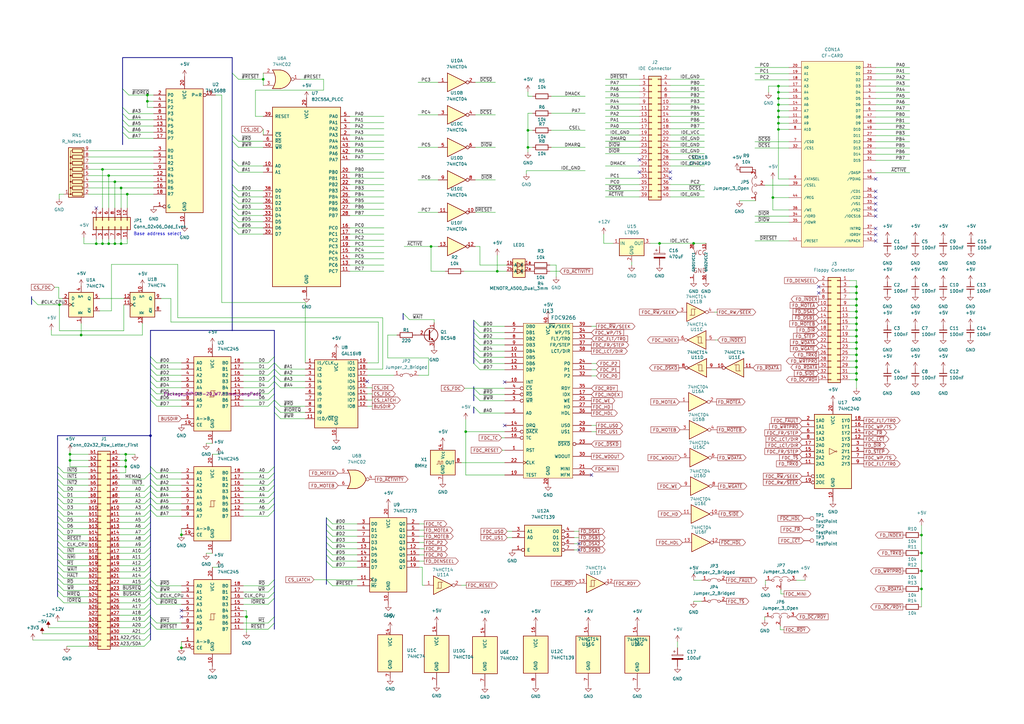
<source format=kicad_sch>
(kicad_sch (version 20230121) (generator eeschema)
  (paper "A3")
  (title_block (title "Z8C - Disk Interface") (rev "1") (comment 1 "IDE & Floppy Interface"))
  (junction (at 351.282 117.602))
  (junction (at 39.497 99.949))
  (junction (at 51.562 186.309))
  (junction (at 216.535 60.452))
  (junction (at 351.282 145.542))
  (junction (at 52.197 79.629))
  (junction (at 51.562 188.849))
  (junction (at 74.422 219.329))
  (junction (at 377.952 219.456))
  (junction (at 351.282 127.762))
  (junction (at 377.952 226.822))
  (junction (at 351.282 132.842))
  (junction (at 319.278 40.386))
  (junction (at 351.282 155.702))
  (junction (at 61.722 178.689))
  (junction (at 24.384 124.968))
  (junction (at 351.282 150.622))
  (junction (at 42.037 69.469))
  (junction (at 49.657 77.089))
  (junction (at 60.452 38.989))
  (junction (at 74.422 265.684))
  (junction (at 377.952 241.554))
  (junction (at 60.452 41.529))
  (junction (at 319.278 50.546))
  (junction (at 319.278 48.006))
  (junction (at 284.48 99.822))
  (junction (at 319.278 53.086))
  (junction (at 176.784 101.092))
  (junction (at 28.702 186.309))
  (junction (at 42.037 99.949))
  (junction (at 351.282 148.082))
  (junction (at 44.577 99.949))
  (junction (at 351.282 125.222))
  (junction (at 191.008 177.038))
  (junction (at 44.577 72.009))
  (junction (at 319.278 35.306))
  (junction (at 319.278 37.846))
  (junction (at 351.282 135.382))
  (junction (at 351.282 140.462))
  (junction (at 351.282 153.162))
  (junction (at 351.282 122.682))
  (junction (at 319.278 42.926))
  (junction (at 28.702 188.849))
  (junction (at 49.657 99.949))
  (junction (at 33.274 137.414))
  (junction (at 51.562 191.389))
  (junction (at 203.962 111.252))
  (junction (at 351.282 120.142))
  (junction (at 101.092 252.984))
  (junction (at 351.282 143.002))
  (junction (at 351.282 137.922))
  (junction (at 47.117 99.949))
  (junction (at 316.992 81.026))
  (junction (at 107.95 32.512))
  (junction (at 377.952 234.188))
  (junction (at 319.278 45.466))
  (junction (at 270.51 99.822))
  (junction (at 216.535 53.467))
  (junction (at 47.117 74.549))
  (junction (at 351.282 130.302))
  (no_connect (at 274.955 73.152))
  (no_connect (at 274.955 70.612))
  (no_connect (at 359.156 98.806))
  (no_connect (at 74.422 252.984))
  (no_connect (at 74.422 250.444))
  (no_connect (at 359.156 78.486))
  (no_connect (at 359.156 86.106))
  (no_connect (at 359.156 83.566))
  (no_connect (at 237.49 225.552))
  (no_connect (at 237.49 223.012))
  (no_connect (at 359.156 93.726))
  (no_connect (at 359.156 73.406))
  (no_connect (at 39.497 85.344))
  (no_connect (at 359.156 96.266))
  (no_connect (at 262.255 70.612))
  (no_connect (at 262.255 65.532))
  (no_connect (at 335.788 117.602))
  (no_connect (at 335.788 120.142))
  (no_connect (at 207.01 174.498))
  (no_connect (at 207.01 156.718))
  (no_connect (at 359.156 81.026))
  (no_connect (at 359.156 88.646))
  (no_connect (at 150.622 156.464))
  (no_connect (at 242.57 194.818))
  (bus_entry (at 23.622 224.409) (size 2.54 2.54))
  (bus_entry (at 112.522 252.984) (size -2.54 2.54))
  (bus_entry (at 97.79 83.312) (size -2.54 -2.54))
  (bus_entry (at 97.79 93.472) (size -2.54 -2.54))
  (bus_entry (at 112.522 237.744) (size -2.54 2.54))
  (bus_entry (at 61.722 209.169) (size 2.54 2.54))
  (bus_entry (at 23.622 229.489) (size 2.54 2.54))
  (bus_entry (at 61.722 237.744) (size 2.54 2.54))
  (bus_entry (at 64.262 159.004) (size -2.54 -2.54))
  (bus_entry (at 196.85 151.638) (size -2.54 -2.54))
  (bus_entry (at 61.722 226.949) (size -2.54 2.54))
  (bus_entry (at 61.722 257.429) (size -2.54 2.54))
  (bus_entry (at 196.85 144.018) (size -2.54 -2.54))
  (bus_entry (at 50.292 49.149) (size 2.54 2.54))
  (bus_entry (at 196.85 146.558) (size -2.54 -2.54))
  (bus_entry (at 61.722 237.109) (size -2.54 2.54))
  (bus_entry (at 136.398 217.424) (size -2.54 -2.54))
  (bus_entry (at 61.722 201.549) (size 2.54 2.54))
  (bus_entry (at 109.982 148.844) (size 2.54 -2.54))
  (bus_entry (at 61.722 245.364) (size 2.54 2.54))
  (bus_entry (at 97.79 80.772) (size -2.54 -2.54))
  (bus_entry (at 61.722 239.649) (size -2.54 2.54))
  (bus_entry (at 165.354 128.524) (size 2.54 2.54))
  (bus_entry (at 136.398 222.504) (size -2.54 -2.54))
  (bus_entry (at 112.522 209.169) (size -2.54 2.54))
  (bus_entry (at 112.522 196.469) (size -2.54 2.54))
  (bus_entry (at 23.622 244.729) (size 2.54 2.54))
  (bus_entry (at 50.292 36.449) (size 2.54 2.54))
  (bus_entry (at 112.522 156.464) (size 2.54 2.54))
  (bus_entry (at 61.722 254.889) (size -2.54 2.54))
  (bus_entry (at 61.722 221.869) (size -2.54 2.54))
  (bus_entry (at 61.722 255.524) (size 2.54 2.54))
  (bus_entry (at 61.722 206.629) (size 2.54 2.54))
  (bus_entry (at 61.722 234.569) (size -2.54 2.54))
  (bus_entry (at 61.722 262.509) (size -2.54 2.54))
  (bus_entry (at 61.722 191.389) (size 2.54 2.54))
  (bus_entry (at 112.522 191.389) (size -2.54 2.54))
  (bus_entry (at 61.722 249.809) (size -2.54 2.54))
  (bus_entry (at 64.262 153.924) (size -2.54 -2.54))
  (bus_entry (at 61.722 247.269) (size -2.54 2.54))
  (bus_entry (at 95.25 57.912) (size 2.54 2.54))
  (bus_entry (at 23.622 226.949) (size 2.54 2.54))
  (bus_entry (at 61.722 242.189) (size -2.54 2.54))
  (bus_entry (at 112.522 242.824) (size -2.54 2.54))
  (bus_entry (at 112.522 201.549) (size -2.54 2.54))
  (bus_entry (at 112.522 151.384) (size 2.54 2.54))
  (bus_entry (at 112.522 169.164) (size 2.54 2.54))
  (bus_entry (at 26.162 201.549) (size -2.54 -2.54))
  (bus_entry (at 61.722 252.984) (size 2.54 2.54))
  (bus_entry (at 12.954 122.428) (size 2.54 2.54))
  (bus_entry (at 97.79 78.232) (size -2.54 -2.54))
  (bus_entry (at 97.79 88.392) (size -2.54 -2.54))
  (bus_entry (at 61.722 199.009) (size -2.54 2.54))
  (bus_entry (at 109.982 159.004) (size 2.54 -2.54))
  (bus_entry (at 59.182 196.469) (size 2.54 -2.54))
  (bus_entry (at 61.722 252.349) (size -2.54 2.54))
  (bus_entry (at 23.622 191.389) (size 2.54 2.54))
  (bus_entry (at 112.522 166.624) (size 2.54 2.54))
  (bus_entry (at 26.162 214.249) (size -2.54 -2.54))
  (bus_entry (at 109.982 156.464) (size 2.54 -2.54))
  (bus_entry (at 112.522 164.084) (size 2.54 2.54))
  (bus_entry (at 112.522 240.284) (size -2.54 2.54))
  (bus_entry (at 61.722 224.409) (size -2.54 2.54))
  (bus_entry (at 26.162 209.169) (size -2.54 -2.54))
  (bus_entry (at 112.522 148.844) (size 2.54 2.54))
  (bus_entry (at 95.25 29.972) (size 2.54 2.54))
  (bus_entry (at 61.722 244.729) (size -2.54 2.54))
  (bus_entry (at 136.398 219.964) (size -2.54 -2.54))
  (bus_entry (at 109.982 151.384) (size 2.54 -2.54))
  (bus_entry (at 109.982 166.624) (size 2.54 -2.54))
  (bus_entry (at 196.85 138.938) (size -2.54 -2.54))
  (bus_entry (at 64.262 148.844) (size -2.54 -2.54))
  (bus_entry (at 61.722 204.089) (size 2.54 2.54))
  (bus_entry (at 64.262 164.084) (size -2.54 -2.54))
  (bus_entry (at 112.522 153.924) (size 2.54 2.54))
  (bus_entry (at 50.292 46.609) (size 2.54 2.54))
  (bus_entry (at 50.292 44.069) (size 2.54 2.54))
  (bus_entry (at 23.622 193.929) (size 2.54 2.54))
  (bus_entry (at 61.722 209.169) (size -2.54 2.54))
  (bus_entry (at 50.292 54.229) (size 2.54 2.54))
  (bus_entry (at 112.522 199.009) (size -2.54 2.54))
  (bus_entry (at 109.982 164.084) (size 2.54 -2.54))
  (bus_entry (at 26.162 219.329) (size -2.54 -2.54))
  (bus_entry (at 23.622 234.569) (size 2.54 2.54))
  (bus_entry (at 109.982 161.544) (size 2.54 -2.54))
  (bus_entry (at 194.31 166.878) (size 2.54 2.54))
  (bus_entry (at 196.85 136.398) (size -2.54 -2.54))
  (bus_entry (at 26.162 211.709) (size -2.54 -2.54))
  (bus_entry (at 61.722 242.824) (size 2.54 2.54))
  (bus_entry (at 97.79 90.932) (size -2.54 -2.54))
  (bus_entry (at 61.722 232.029) (size -2.54 2.54))
  (bus_entry (at 112.522 245.364) (size -2.54 2.54))
  (bus_entry (at 194.31 159.258) (size 2.54 2.54))
  (bus_entry (at 133.858 237.744) (size 2.54 2.54))
  (bus_entry (at 23.622 237.109) (size 2.54 2.54))
  (bus_entry (at 97.79 85.852) (size -2.54 -2.54))
  (bus_entry (at 196.85 133.858) (size -2.54 -2.54))
  (bus_entry (at 26.162 216.789) (size -2.54 -2.54))
  (bus_entry (at 61.722 229.489) (size -2.54 2.54))
  (bus_entry (at 50.292 51.689) (size 2.54 2.54))
  (bus_entry (at 61.722 199.009) (size 2.54 2.54))
  (bus_entry (at 194.31 161.798) (size 2.54 2.54))
  (bus_entry (at 112.522 206.629) (size -2.54 2.54))
  (bus_entry (at 112.522 255.524) (size -2.54 2.54))
  (bus_entry (at 61.722 204.089) (size -2.54 2.54))
  (bus_entry (at 109.982 153.924) (size 2.54 -2.54))
  (bus_entry (at 61.722 240.284) (size 2.54 2.54))
  (bus_entry (at 26.162 206.629) (size -2.54 -2.54))
  (bus_entry (at 136.398 232.664) (size -2.54 -2.54))
  (bus_entry (at 136.398 214.884) (size -2.54 -2.54))
  (bus_entry (at 61.722 206.629) (size -2.54 2.54))
  (bus_entry (at 196.85 141.478) (size -2.54 -2.54))
  (bus_entry (at 61.722 216.789) (size -2.54 2.54))
  (bus_entry (at 23.622 221.869) (size 2.54 2.54))
  (bus_entry (at 23.622 242.189) (size 2.54 2.54))
  (bus_entry (at 23.622 232.029) (size 2.54 2.54))
  (bus_entry (at 136.398 230.124) (size -2.54 -2.54))
  (bus_entry (at 95.25 65.532) (size 2.54 2.54))
  (bus_entry (at 97.79 96.012) (size -2.54 -2.54))
  (bus_entry (at 61.722 201.549) (size -2.54 2.54))
  (bus_entry (at 112.522 193.929) (size -2.54 2.54))
  (bus_entry (at 61.722 193.929) (size 2.54 2.54))
  (bus_entry (at 95.25 55.372) (size 2.54 2.54))
  (bus_entry (at 136.398 225.044) (size -2.54 -2.54))
  (bus_entry (at 64.262 166.624) (size -2.54 -2.54))
  (bus_entry (at 26.162 204.089) (size -2.54 -2.54))
  (bus_entry (at 64.262 161.544) (size -2.54 -2.54))
  (bus_entry (at 64.262 151.384) (size -2.54 -2.54))
  (bus_entry (at 61.722 259.969) (size -2.54 2.54))
  (bus_entry (at 61.722 214.249) (size -2.54 2.54))
  (bus_entry (at 95.25 68.072) (size 2.54 2.54))
  (bus_entry (at 23.622 196.469) (size 2.54 2.54))
  (bus_entry (at 112.522 204.089) (size -2.54 2.54))
  (bus_entry (at 136.398 227.584) (size -2.54 -2.54))
  (bus_entry (at 23.622 239.649) (size 2.54 2.54))
  (bus_entry (at 61.722 196.469) (size 2.54 2.54))
  (bus_entry (at 196.85 149.098) (size -2.54 -2.54))
  (bus_entry (at 23.622 219.329) (size 2.54 2.54))
  (bus_entry (at 64.262 156.464) (size -2.54 -2.54))
  (bus_entry (at 61.722 211.709) (size -2.54 2.54))
  (bus_entry (at 61.722 219.329) (size -2.54 2.54))
  (wire (pts (xy 373.126 35.306) (xy 359.156 35.306)))
  (wire (pts (xy 208.026 220.472) (xy 210.058 220.472)))
  (wire (pts (xy 109.982 161.544) (xy 99.822 161.544)))
  (wire (pts (xy 59.182 252.349) (xy 49.022 252.349)))
  (wire (pts (xy 176.784 111.252) (xy 176.784 101.092)))
  (bus (pts (xy 61.722 259.969) (xy 61.722 257.429)))
  (wire (pts (xy 115.062 153.924) (xy 125.222 153.924)))
  (wire (pts (xy 323.596 48.006) (xy 319.278 48.006)))
  (wire (pts (xy 196.85 133.858) (xy 207.01 133.858)))
  (wire (pts (xy 159.004 146.812) (xy 175.768 146.812)))
  (bus (pts (xy 50.292 23.622) (xy 95.25 23.622)))
  (wire (pts (xy 315.214 35.306) (xy 319.278 35.306)))
  (wire (pts (xy 373.126 58.166) (xy 359.156 58.166)))
  (wire (pts (xy 64.262 151.384) (xy 74.422 151.384)))
  (wire (pts (xy 189.23 189.738) (xy 207.01 189.738)))
  (bus (pts (xy 61.722 237.109) (xy 61.722 234.569)))
  (wire (pts (xy 313.944 239.776) (xy 313.944 237.998)))
  (wire (pts (xy 109.982 204.089) (xy 99.822 204.089)))
  (wire (pts (xy 64.262 255.524) (xy 74.422 255.524)))
  (wire (pts (xy 87.122 232.664) (xy 89.662 232.664)))
  (wire (pts (xy 247.65 99.822) (xy 251.46 99.822)))
  (wire (pts (xy 24.257 79.629) (xy 24.257 81.534)))
  (wire (pts (xy 190.246 111.252) (xy 203.962 111.252)))
  (bus (pts (xy 61.722 193.929) (xy 61.722 196.469)))
  (wire (pts (xy 49.022 193.929) (xy 51.562 193.929)))
  (wire (pts (xy 175.768 146.812) (xy 175.768 153.924)))
  (bus (pts (xy 112.522 201.549) (xy 112.522 204.089)))
  (wire (pts (xy 348.488 143.002) (xy 351.282 143.002)))
  (wire (pts (xy 45.72 127.508) (xy 45.72 108.458)))
  (wire (pts (xy 40.894 122.428) (xy 50.8 122.428)))
  (wire (pts (xy 109.982 151.384) (xy 99.822 151.384)))
  (wire (pts (xy 351.282 143.002) (xy 351.282 140.462)))
  (wire (pts (xy 28.702 186.309) (xy 36.322 186.309)))
  (bus (pts (xy 112.522 204.089) (xy 112.522 206.629)))
  (wire (pts (xy 348.488 135.382) (xy 351.282 135.382)))
  (wire (pts (xy 90.932 124.079) (xy 125.222 124.079)))
  (wire (pts (xy 162.814 137.414) (xy 159.004 137.414)))
  (wire (pts (xy 72.898 130.302) (xy 156.972 130.302)))
  (wire (pts (xy 216.535 60.452) (xy 216.535 62.357)))
  (wire (pts (xy 59.182 226.949) (xy 49.022 226.949)))
  (wire (pts (xy 216.535 53.467) (xy 216.535 60.452)))
  (wire (pts (xy 64.262 164.084) (xy 74.422 164.084)))
  (bus (pts (xy 95.25 55.372) (xy 95.25 57.912)))
  (wire (pts (xy 218.44 53.467) (xy 216.535 53.467)))
  (wire (pts (xy 104.775 47.752) (xy 107.95 47.752)))
  (wire (pts (xy 28.702 188.849) (xy 28.702 191.389)))
  (wire (pts (xy 274.955 57.912) (xy 288.925 57.912)))
  (bus (pts (xy 23.622 224.409) (xy 23.622 226.949)))
  (wire (pts (xy 64.262 199.009) (xy 74.422 199.009)))
  (bus (pts (xy 61.722 204.089) (xy 61.722 201.549)))
  (wire (pts (xy 40.894 127.508) (xy 45.72 127.508)))
  (wire (pts (xy 351.282 127.762) (xy 351.282 125.222)))
  (wire (pts (xy 97.79 88.392) (xy 107.95 88.392)))
  (wire (pts (xy 26.162 193.929) (xy 36.322 193.929)))
  (wire (pts (xy 64.262 242.824) (xy 74.422 242.824)))
  (wire (pts (xy 59.182 219.329) (xy 49.022 219.329)))
  (wire (pts (xy 28.702 185.039) (xy 28.702 186.309)))
  (bus (pts (xy 194.31 159.258) (xy 194.31 161.798)))
  (wire (pts (xy 373.126 50.546) (xy 359.156 50.546)))
  (wire (pts (xy 351.282 155.702) (xy 351.282 153.162)))
  (wire (pts (xy 248.285 62.992) (xy 262.255 62.992)))
  (wire (pts (xy 49.022 188.849) (xy 51.562 188.849)))
  (wire (pts (xy 33.274 137.414) (xy 58.42 137.414)))
  (wire (pts (xy 196.85 136.398) (xy 207.01 136.398)))
  (bus (pts (xy 61.722 135.509) (xy 61.722 146.304)))
  (wire (pts (xy 377.952 219.456) (xy 377.952 226.822)))
  (wire (pts (xy 70.104 122.428) (xy 70.104 132.08)))
  (bus (pts (xy 61.722 219.329) (xy 61.722 216.789)))
  (wire (pts (xy 49.657 77.089) (xy 62.992 77.089)))
  (bus (pts (xy 112.522 161.544) (xy 112.522 159.004)))
  (bus (pts (xy 50.292 54.229) (xy 50.292 59.309)))
  (wire (pts (xy 143.51 96.012) (xy 157.48 96.012)))
  (wire (pts (xy 59.182 229.489) (xy 49.022 229.489)))
  (wire (pts (xy 244.602 174.498) (xy 242.57 174.498)))
  (bus (pts (xy 61.722 255.524) (xy 61.722 254.889)))
  (bus (pts (xy 95.25 65.532) (xy 95.25 68.072)))
  (wire (pts (xy 244.602 177.038) (xy 242.57 177.038)))
  (wire (pts (xy 97.79 93.472) (xy 107.95 93.472)))
  (bus (pts (xy 23.622 239.649) (xy 23.622 242.189)))
  (wire (pts (xy 97.79 78.232) (xy 107.95 78.232)))
  (wire (pts (xy 288.925 78.232) (xy 274.955 78.232)))
  (wire (pts (xy 173.99 214.884) (xy 171.958 214.884)))
  (bus (pts (xy 50.292 49.149) (xy 50.292 46.609)))
  (wire (pts (xy 319.278 48.006) (xy 319.278 50.546)))
  (wire (pts (xy 143.51 93.472) (xy 157.48 93.472)))
  (wire (pts (xy 274.955 65.532) (xy 288.925 65.532)))
  (bus (pts (xy 50.292 51.689) (xy 50.292 49.149)))
  (wire (pts (xy 274.955 55.372) (xy 288.925 55.372)))
  (wire (pts (xy 26.162 224.409) (xy 36.322 224.409)))
  (wire (pts (xy 26.162 229.489) (xy 36.322 229.489)))
  (wire (pts (xy 323.596 81.026) (xy 316.992 81.026)))
  (wire (pts (xy 313.69 75.946) (xy 323.596 75.946)))
  (wire (pts (xy 348.488 127.762) (xy 351.282 127.762)))
  (wire (pts (xy 194.945 101.092) (xy 196.85 101.092)))
  (wire (pts (xy 59.182 211.709) (xy 49.022 211.709)))
  (wire (pts (xy 330.2 237.998) (xy 326.644 237.998)))
  (wire (pts (xy 36.322 66.929) (xy 62.992 66.929)))
  (wire (pts (xy 52.197 99.949) (xy 52.197 98.044)))
  (wire (pts (xy 309.626 60.706) (xy 323.596 60.706)))
  (bus (pts (xy 112.522 240.284) (xy 112.522 242.824)))
  (wire (pts (xy 288.925 40.132) (xy 274.955 40.132)))
  (wire (pts (xy 136.398 232.664) (xy 146.558 232.664)))
  (wire (pts (xy 348.488 120.142) (xy 351.282 120.142)))
  (bus (pts (xy 194.31 136.398) (xy 194.31 138.938)))
  (wire (pts (xy 143.51 52.832) (xy 157.48 52.832)))
  (wire (pts (xy 173.99 230.124) (xy 171.958 230.124)))
  (wire (pts (xy 288.925 37.592) (xy 274.955 37.592)))
  (wire (pts (xy 26.162 199.009) (xy 36.322 199.009)))
  (wire (pts (xy 97.79 96.012) (xy 107.95 96.012)))
  (wire (pts (xy 49.657 77.089) (xy 49.657 85.344)))
  (wire (pts (xy 373.126 53.086) (xy 359.156 53.086)))
  (wire (pts (xy 348.488 155.702) (xy 351.282 155.702)))
  (wire (pts (xy 136.398 217.424) (xy 146.558 217.424)))
  (wire (pts (xy 218.44 46.482) (xy 216.535 46.482)))
  (wire (pts (xy 42.037 69.469) (xy 42.037 85.344)))
  (wire (pts (xy 216.535 39.497) (xy 216.535 37.592)))
  (bus (pts (xy 61.722 201.549) (xy 61.722 199.009)))
  (wire (pts (xy 62.992 41.529) (xy 60.452 41.529)))
  (wire (pts (xy 52.832 51.689) (xy 62.992 51.689)))
  (bus (pts (xy 61.722 254.889) (xy 61.722 252.984)))
  (wire (pts (xy 59.182 221.869) (xy 49.022 221.869)))
  (wire (pts (xy 33.274 117.348) (xy 33.274 117.221)))
  (wire (pts (xy 136.398 214.884) (xy 146.558 214.884)))
  (wire (pts (xy 107.95 29.972) (xy 107.95 32.512)))
  (wire (pts (xy 351.282 115.062) (xy 351.282 117.602)))
  (wire (pts (xy 70.104 132.08) (xy 155.194 132.08)))
  (wire (pts (xy 123.19 32.512) (xy 132.715 32.512)))
  (wire (pts (xy 143.51 62.992) (xy 157.48 62.992)))
  (wire (pts (xy 26.162 221.869) (xy 36.322 221.869)))
  (wire (pts (xy 143.51 106.172) (xy 157.48 106.172)))
  (wire (pts (xy 284.48 237.998) (xy 287.782 237.998)))
  (wire (pts (xy 99.822 250.444) (xy 101.092 250.444)))
  (wire (pts (xy 24.257 79.629) (xy 26.162 79.629)))
  (wire (pts (xy 152.654 164.084) (xy 150.622 164.084)))
  (wire (pts (xy 152.654 161.544) (xy 150.622 161.544)))
  (bus (pts (xy 112.522 164.084) (xy 112.522 166.624)))
  (wire (pts (xy 59.182 224.409) (xy 49.022 224.409)))
  (wire (pts (xy 64.262 247.904) (xy 74.422 247.904)))
  (bus (pts (xy 61.722 209.169) (xy 61.722 206.629)))
  (bus (pts (xy 95.25 88.392) (xy 95.25 85.852)))
  (wire (pts (xy 240.03 39.497) (xy 226.06 39.497)))
  (bus (pts (xy 61.722 159.004) (xy 61.722 161.544)))
  (wire (pts (xy 64.262 206.629) (xy 74.422 206.629)))
  (wire (pts (xy 348.488 125.222) (xy 351.282 125.222)))
  (wire (pts (xy 377.952 241.554) (xy 377.952 248.92)))
  (wire (pts (xy 99.822 252.984) (xy 101.092 252.984)))
  (wire (pts (xy 373.126 65.786) (xy 359.156 65.786)))
  (wire (pts (xy 26.162 201.549) (xy 36.322 201.549)))
  (wire (pts (xy 244.602 154.178) (xy 242.57 154.178)))
  (wire (pts (xy 59.182 262.509) (xy 49.022 262.509)))
  (bus (pts (xy 112.522 166.624) (xy 112.522 169.164)))
  (bus (pts (xy 133.858 239.649) (xy 133.858 237.744)))
  (wire (pts (xy 26.162 239.649) (xy 36.322 239.649)))
  (wire (pts (xy 348.488 145.542) (xy 351.282 145.542)))
  (wire (pts (xy 348.488 148.082) (xy 351.282 148.082)))
  (bus (pts (xy 61.722 146.304) (xy 61.722 148.844)))
  (wire (pts (xy 373.126 48.006) (xy 359.156 48.006)))
  (wire (pts (xy 44.577 99.949) (xy 47.117 99.949)))
  (bus (pts (xy 23.622 201.549) (xy 23.622 199.009)))
  (wire (pts (xy 49.022 186.309) (xy 51.562 186.309)))
  (bus (pts (xy 194.31 149.098) (xy 194.31 146.558)))
  (wire (pts (xy 52.832 46.609) (xy 62.992 46.609)))
  (wire (pts (xy 49.657 98.044) (xy 49.657 99.949)))
  (wire (pts (xy 173.228 232.664) (xy 171.958 232.664)))
  (wire (pts (xy 182.626 111.252) (xy 176.784 111.252)))
  (wire (pts (xy 87.122 186.309) (xy 89.662 186.309)))
  (wire (pts (xy 26.162 209.169) (xy 36.322 209.169)))
  (wire (pts (xy 248.285 57.912) (xy 262.255 57.912)))
  (wire (pts (xy 52.832 56.769) (xy 62.992 56.769)))
  (wire (pts (xy 47.117 74.549) (xy 62.992 74.549)))
  (wire (pts (xy 36.322 72.009) (xy 44.577 72.009)))
  (wire (pts (xy 208.026 217.932) (xy 210.058 217.932)))
  (wire (pts (xy 143.51 111.252) (xy 157.48 111.252)))
  (wire (pts (xy 24.384 124.968) (xy 25.654 124.968)))
  (wire (pts (xy 59.182 242.189) (xy 49.022 242.189)))
  (wire (pts (xy 143.51 108.712) (xy 157.48 108.712)))
  (wire (pts (xy 109.982 164.084) (xy 99.822 164.084)))
  (bus (pts (xy 61.722 178.689) (xy 61.722 191.389)))
  (wire (pts (xy 132.715 36.957) (xy 132.715 32.512)))
  (wire (pts (xy 59.182 232.029) (xy 49.022 232.029)))
  (wire (pts (xy 248.285 78.232) (xy 262.255 78.232)))
  (bus (pts (xy 133.858 237.744) (xy 133.858 230.124)))
  (wire (pts (xy 44.577 72.009) (xy 62.992 72.009)))
  (wire (pts (xy 49.022 191.389) (xy 51.562 191.389)))
  (wire (pts (xy 309.626 27.686) (xy 323.596 27.686)))
  (wire (pts (xy 36.322 64.389) (xy 62.992 64.389)))
  (wire (pts (xy 284.48 246.634) (xy 287.782 246.634)))
  (wire (pts (xy 351.282 122.682) (xy 351.282 120.142)))
  (wire (pts (xy 109.982 245.364) (xy 99.822 245.364)))
  (wire (pts (xy 171.45 33.782) (xy 179.705 33.782)))
  (wire (pts (xy 205.994 184.658) (xy 207.01 184.658)))
  (wire (pts (xy 143.51 60.452) (xy 157.48 60.452)))
  (wire (pts (xy 109.982 209.169) (xy 99.822 209.169)))
  (wire (pts (xy 225.552 108.712) (xy 228.092 108.712)))
  (bus (pts (xy 50.292 44.069) (xy 50.292 46.609)))
  (bus (pts (xy 61.722 164.084) (xy 61.722 178.689)))
  (wire (pts (xy 136.398 230.124) (xy 146.558 230.124)))
  (wire (pts (xy 97.79 90.932) (xy 107.95 90.932)))
  (wire (pts (xy 109.982 196.469) (xy 99.822 196.469)))
  (wire (pts (xy 152.654 166.624) (xy 150.622 166.624)))
  (wire (pts (xy 294.132 128.016) (xy 293.116 128.016)))
  (bus (pts (xy 165.354 128.524) (xy 165.354 131.064)))
  (wire (pts (xy 248.285 37.592) (xy 262.255 37.592)))
  (wire (pts (xy 173.228 240.03) (xy 173.228 232.664)))
  (wire (pts (xy 150.622 153.924) (xy 161.544 153.924)))
  (bus (pts (xy 61.722 249.809) (xy 61.722 252.349)))
  (wire (pts (xy 228.092 113.538) (xy 228.092 108.712)))
  (wire (pts (xy 248.285 80.772) (xy 262.255 80.772)))
  (wire (pts (xy 309.626 88.646) (xy 323.596 88.646)))
  (wire (pts (xy 23.622 254.889) (xy 36.322 254.889)))
  (wire (pts (xy 115.062 156.464) (xy 125.222 156.464)))
  (bus (pts (xy 61.722 247.269) (xy 61.722 249.809)))
  (bus (pts (xy 61.722 232.029) (xy 61.722 229.489)))
  (wire (pts (xy 59.182 214.249) (xy 49.022 214.249)))
  (wire (pts (xy 196.85 146.558) (xy 207.01 146.558)))
  (wire (pts (xy 36.322 74.549) (xy 47.117 74.549)))
  (wire (pts (xy 136.398 222.504) (xy 146.558 222.504)))
  (bus (pts (xy 23.622 211.709) (xy 23.622 209.169)))
  (bus (pts (xy 133.858 230.124) (xy 133.858 227.584)))
  (wire (pts (xy 173.99 225.044) (xy 171.958 225.044)))
  (wire (pts (xy 240.03 46.482) (xy 226.06 46.482)))
  (wire (pts (xy 97.79 60.452) (xy 107.95 60.452)))
  (wire (pts (xy 49.022 196.469) (xy 59.182 196.469)))
  (bus (pts (xy 50.292 54.229) (xy 50.292 51.689)))
  (wire (pts (xy 49.022 199.009) (xy 59.182 199.009)))
  (wire (pts (xy 351.282 135.382) (xy 351.282 132.842)))
  (wire (pts (xy 26.162 216.789) (xy 36.322 216.789)))
  (wire (pts (xy 97.79 70.612) (xy 107.95 70.612)))
  (wire (pts (xy 173.99 217.424) (xy 171.958 217.424)))
  (bus (pts (xy 194.31 146.558) (xy 194.31 144.018)))
  (wire (pts (xy 196.85 144.018) (xy 207.01 144.018)))
  (bus (pts (xy 61.722 153.924) (xy 61.722 156.464)))
  (wire (pts (xy 26.162 244.729) (xy 36.322 244.729)))
  (wire (pts (xy 101.092 250.444) (xy 101.092 252.984)))
  (wire (pts (xy 288.925 47.752) (xy 274.955 47.752)))
  (wire (pts (xy 60.452 44.069) (xy 60.452 41.529)))
  (wire (pts (xy 59.182 265.049) (xy 49.022 265.049)))
  (wire (pts (xy 115.062 151.384) (xy 125.222 151.384)))
  (wire (pts (xy 26.162 204.089) (xy 36.322 204.089)))
  (wire (pts (xy 351.282 148.082) (xy 351.282 145.542)))
  (wire (pts (xy 191.008 171.958) (xy 191.008 177.038)))
  (wire (pts (xy 373.126 30.226) (xy 359.156 30.226)))
  (bus (pts (xy 23.622 232.029) (xy 23.622 234.569)))
  (wire (pts (xy 143.51 98.552) (xy 157.48 98.552)))
  (wire (pts (xy 59.182 237.109) (xy 49.022 237.109)))
  (wire (pts (xy 47.117 99.949) (xy 47.117 98.044)))
  (wire (pts (xy 26.162 196.469) (xy 36.322 196.469)))
  (bus (pts (xy 61.722 221.869) (xy 61.722 219.329)))
  (wire (pts (xy 24.384 135.636) (xy 50.8 135.636)))
  (wire (pts (xy 248.285 73.152) (xy 262.255 73.152)))
  (bus (pts (xy 61.722 229.489) (xy 61.722 226.949)))
  (wire (pts (xy 351.282 132.842) (xy 351.282 130.302)))
  (wire (pts (xy 64.262 166.624) (xy 74.422 166.624)))
  (wire (pts (xy 288.925 50.292) (xy 274.955 50.292)))
  (wire (pts (xy 52.197 79.629) (xy 52.197 85.344)))
  (wire (pts (xy 237.49 217.932) (xy 235.458 217.932)))
  (wire (pts (xy 247.65 96.012) (xy 247.65 99.822)))
  (wire (pts (xy 42.037 99.949) (xy 42.037 98.044)))
  (bus (pts (xy 112.522 199.009) (xy 112.522 201.549)))
  (wire (pts (xy 207.01 194.818) (xy 191.008 194.818)))
  (wire (pts (xy 64.262 201.549) (xy 74.422 201.549)))
  (wire (pts (xy 373.126 40.386) (xy 359.156 40.386)))
  (wire (pts (xy 321.564 258.318) (xy 320.04 258.318)))
  (wire (pts (xy 64.262 204.089) (xy 74.422 204.089)))
  (wire (pts (xy 52.832 38.989) (xy 60.452 38.989)))
  (wire (pts (xy 178.054 131.064) (xy 178.054 132.334)))
  (wire (pts (xy 17.272 259.969) (xy 36.322 259.969)))
  (bus (pts (xy 61.722 234.569) (xy 61.722 232.029)))
  (wire (pts (xy 196.85 164.338) (xy 207.01 164.338)))
  (wire (pts (xy 143.51 70.612) (xy 157.48 70.612)))
  (wire (pts (xy 323.596 50.546) (xy 319.278 50.546)))
  (wire (pts (xy 143.51 73.152) (xy 157.48 73.152)))
  (wire (pts (xy 42.037 99.949) (xy 44.577 99.949)))
  (wire (pts (xy 74.422 263.144) (xy 74.422 265.684)))
  (bus (pts (xy 61.722 151.384) (xy 61.722 153.924)))
  (wire (pts (xy 203.2 60.452) (xy 194.945 60.452)))
  (wire (pts (xy 288.925 35.052) (xy 274.955 35.052)))
  (wire (pts (xy 284.48 99.822) (xy 289.56 99.822)))
  (wire (pts (xy 203.962 111.252) (xy 203.962 104.648)))
  (wire (pts (xy 84.582 181.864) (xy 87.122 181.864)))
  (wire (pts (xy 27.432 265.049) (xy 36.322 265.049)))
  (wire (pts (xy 167.894 131.064) (xy 178.054 131.064)))
  (wire (pts (xy 248.285 68.072) (xy 262.255 68.072)))
  (wire (pts (xy 248.285 75.692) (xy 262.255 75.692)))
  (wire (pts (xy 59.182 239.649) (xy 49.022 239.649)))
  (wire (pts (xy 373.126 42.926) (xy 359.156 42.926)))
  (wire (pts (xy 274.955 62.992) (xy 288.925 62.992)))
  (wire (pts (xy 323.596 45.466) (xy 319.278 45.466)))
  (wire (pts (xy 294.386 139.446) (xy 293.37 139.446)))
  (wire (pts (xy 143.51 55.372) (xy 157.48 55.372)))
  (wire (pts (xy 36.322 61.849) (xy 62.992 61.849)))
  (bus (pts (xy 61.722 245.364) (xy 61.722 244.729)))
  (wire (pts (xy 205.74 179.578) (xy 207.01 179.578)))
  (wire (pts (xy 377.952 215.392) (xy 377.952 219.456)))
  (wire (pts (xy 351.282 159.258) (xy 351.282 155.702)))
  (wire (pts (xy 191.008 177.038) (xy 191.008 194.818)))
  (wire (pts (xy 64.262 240.284) (xy 74.422 240.284)))
  (bus (pts (xy 112.522 206.629) (xy 112.522 209.169)))
  (wire (pts (xy 47.117 74.549) (xy 47.117 85.344)))
  (wire (pts (xy 196.85 108.712) (xy 207.772 108.712)))
  (wire (pts (xy 277.876 265.684) (xy 277.876 263.144)))
  (wire (pts (xy 59.182 204.089) (xy 49.022 204.089)))
  (wire (pts (xy 171.45 87.122) (xy 179.705 87.122)))
  (wire (pts (xy 143.51 101.092) (xy 157.48 101.092)))
  (wire (pts (xy 373.126 70.866) (xy 359.156 70.866)))
  (wire (pts (xy 26.162 234.569) (xy 36.322 234.569)))
  (wire (pts (xy 143.51 65.532) (xy 157.48 65.532)))
  (wire (pts (xy 26.162 219.329) (xy 36.322 219.329)))
  (wire (pts (xy 373.126 27.686) (xy 359.156 27.686)))
  (wire (pts (xy 125.222 124.079) (xy 125.222 148.844)))
  (wire (pts (xy 143.51 85.852) (xy 157.48 85.852)))
  (wire (pts (xy 319.278 73.406) (xy 323.596 73.406)))
  (wire (pts (xy 59.182 257.429) (xy 49.022 257.429)))
  (bus (pts (xy 61.722 211.709) (xy 61.722 209.169)))
  (wire (pts (xy 107.95 53.086) (xy 107.95 55.372)))
  (wire (pts (xy 173.99 222.504) (xy 171.958 222.504)))
  (bus (pts (xy 61.722 247.269) (xy 61.722 245.364)))
  (wire (pts (xy 90.932 38.989) (xy 88.392 38.989)))
  (wire (pts (xy 60.452 41.529) (xy 60.452 38.989)))
  (wire (pts (xy 36.322 79.629) (xy 52.197 79.629)))
  (wire (pts (xy 109.982 159.004) (xy 99.822 159.004)))
  (wire (pts (xy 26.162 242.189) (xy 36.322 242.189)))
  (wire (pts (xy 319.278 35.306) (xy 319.278 37.846)))
  (wire (pts (xy 309.626 98.806) (xy 323.596 98.806)))
  (wire (pts (xy 109.982 242.824) (xy 99.822 242.824)))
  (wire (pts (xy 101.092 252.984) (xy 101.092 259.334)))
  (wire (pts (xy 248.285 47.752) (xy 262.255 47.752)))
  (wire (pts (xy 373.126 55.626) (xy 359.156 55.626)))
  (wire (pts (xy 377.952 226.822) (xy 377.952 234.188)))
  (wire (pts (xy 196.85 161.798) (xy 207.01 161.798)))
  (bus (pts (xy 112.522 209.169) (xy 112.522 237.744)))
  (bus (pts (xy 50.292 36.449) (xy 50.292 23.749)))
  (bus (pts (xy 50.292 36.449) (xy 50.292 44.069)))
  (bus (pts (xy 12.954 121.666) (xy 12.954 122.428)))
  (wire (pts (xy 64.262 148.844) (xy 74.422 148.844)))
  (bus (pts (xy 194.31 144.018) (xy 194.31 141.478)))
  (bus (pts (xy 23.622 216.789) (xy 23.622 219.329)))
  (bus (pts (xy 61.722 237.109) (xy 61.722 237.744)))
  (wire (pts (xy 64.262 258.064) (xy 74.422 258.064)))
  (wire (pts (xy 51.562 188.849) (xy 51.562 186.309)))
  (wire (pts (xy 171.45 60.452) (xy 179.705 60.452)))
  (wire (pts (xy 115.062 171.704) (xy 125.222 171.704)))
  (bus (pts (xy 23.622 219.329) (xy 23.622 221.869)))
  (wire (pts (xy 152.654 159.004) (xy 150.622 159.004)))
  (bus (pts (xy 95.25 68.072) (xy 95.25 75.692)))
  (wire (pts (xy 72.898 108.458) (xy 72.898 130.302)))
  (wire (pts (xy 109.982 166.624) (xy 99.822 166.624)))
  (wire (pts (xy 59.182 216.789) (xy 49.022 216.789)))
  (wire (pts (xy 59.182 254.889) (xy 49.022 254.889)))
  (wire (pts (xy 97.79 80.772) (xy 107.95 80.772)))
  (wire (pts (xy 97.79 57.912) (xy 107.95 57.912)))
  (bus (pts (xy 95.25 78.232) (xy 95.25 80.772)))
  (wire (pts (xy 313.69 254.254) (xy 313.69 252.984)))
  (wire (pts (xy 348.488 117.602) (xy 351.282 117.602)))
  (bus (pts (xy 61.722 191.389) (xy 61.722 193.929)))
  (wire (pts (xy 303.276 82.296) (xy 309.88 82.296)))
  (wire (pts (xy 64.262 245.364) (xy 74.422 245.364)))
  (bus (pts (xy 23.622 229.489) (xy 23.622 232.029)))
  (wire (pts (xy 218.44 60.452) (xy 216.535 60.452)))
  (wire (pts (xy 351.282 137.922) (xy 351.282 135.382)))
  (wire (pts (xy 115.062 166.624) (xy 125.222 166.624)))
  (wire (pts (xy 97.79 68.072) (xy 107.95 68.072)))
  (wire (pts (xy 136.398 219.964) (xy 146.558 219.964)))
  (wire (pts (xy 143.51 75.692) (xy 157.48 75.692)))
  (wire (pts (xy 196.85 138.938) (xy 207.01 138.938)))
  (wire (pts (xy 171.45 47.117) (xy 179.705 47.117)))
  (wire (pts (xy 74.422 216.789) (xy 74.422 219.329)))
  (wire (pts (xy 143.51 57.912) (xy 157.48 57.912)))
  (bus (pts (xy 133.858 217.424) (xy 133.858 219.964)))
  (bus (pts (xy 23.622 206.629) (xy 23.622 204.089)))
  (wire (pts (xy 309.626 32.766) (xy 323.596 32.766)))
  (bus (pts (xy 194.31 166.878) (xy 194.31 169.418)))
  (bus (pts (xy 112.522 146.304) (xy 112.522 148.844)))
  (wire (pts (xy 229.616 111.252) (xy 225.552 111.252)))
  (bus (pts (xy 112.522 193.929) (xy 112.522 196.469)))
  (wire (pts (xy 348.488 140.462) (xy 351.282 140.462)))
  (wire (pts (xy 351.282 140.462) (xy 351.282 137.922)))
  (wire (pts (xy 60.452 38.989) (xy 62.992 38.989)))
  (bus (pts (xy 61.722 196.469) (xy 61.722 199.009)))
  (bus (pts (xy 61.722 257.429) (xy 61.722 255.524)))
  (bus (pts (xy 12.954 122.428) (xy 12.954 124.841)))
  (wire (pts (xy 248.285 52.832) (xy 262.255 52.832)))
  (wire (pts (xy 59.182 209.169) (xy 49.022 209.169)))
  (wire (pts (xy 274.955 60.452) (xy 288.925 60.452)))
  (wire (pts (xy 244.602 151.638) (xy 242.57 151.638)))
  (wire (pts (xy 309.626 58.166) (xy 323.596 58.166)))
  (wire (pts (xy 19.812 257.429) (xy 36.322 257.429)))
  (bus (pts (xy 61.722 242.824) (xy 61.722 244.729)))
  (wire (pts (xy 59.182 259.969) (xy 49.022 259.969)))
  (wire (pts (xy 320.294 243.586) (xy 320.294 241.808)))
  (wire (pts (xy 165.735 101.092) (xy 176.784 101.092)))
  (wire (pts (xy 240.03 60.452) (xy 226.06 60.452)))
  (wire (pts (xy 64.262 156.464) (xy 74.422 156.464)))
  (bus (pts (xy 23.622 178.689) (xy 23.622 191.389)))
  (wire (pts (xy 45.72 108.458) (xy 72.898 108.458)))
  (wire (pts (xy 237.49 220.472) (xy 235.458 220.472)))
  (wire (pts (xy 26.162 237.109) (xy 36.322 237.109)))
  (wire (pts (xy 39.497 98.044) (xy 39.497 99.949)))
  (wire (pts (xy 159.004 137.414) (xy 159.004 146.812)))
  (wire (pts (xy 36.322 69.469) (xy 42.037 69.469)))
  (wire (pts (xy 196.85 169.418) (xy 207.01 169.418)))
  (wire (pts (xy 316.992 73.406) (xy 316.992 81.026)))
  (wire (pts (xy 33.274 132.588) (xy 33.274 137.414)))
  (wire (pts (xy 176.784 101.092) (xy 179.705 101.092)))
  (wire (pts (xy 191.008 177.038) (xy 207.01 177.038)))
  (wire (pts (xy 109.982 156.464) (xy 99.822 156.464)))
  (bus (pts (xy 194.31 158.623) (xy 194.31 159.258)))
  (bus (pts (xy 194.31 131.318) (xy 194.31 133.858)))
  (wire (pts (xy 59.182 249.809) (xy 49.022 249.809)))
  (wire (pts (xy 270.51 99.822) (xy 284.48 99.822)))
  (bus (pts (xy 61.722 148.844) (xy 61.722 151.384)))
  (bus (pts (xy 95.25 93.472) (xy 95.25 135.636)))
  (wire (pts (xy 348.488 137.922) (xy 351.282 137.922)))
  (bus (pts (xy 61.722 135.509) (xy 112.522 135.509)))
  (wire (pts (xy 34.417 97.409) (xy 34.417 99.949)))
  (bus (pts (xy 112.522 151.384) (xy 112.522 148.844)))
  (wire (pts (xy 248.285 60.452) (xy 262.255 60.452)))
  (bus (pts (xy 61.722 259.969) (xy 61.722 262.509)))
  (bus (pts (xy 61.722 156.464) (xy 61.722 159.004)))
  (wire (pts (xy 26.162 214.249) (xy 36.322 214.249)))
  (bus (pts (xy 61.722 237.744) (xy 61.722 239.649)))
  (wire (pts (xy 321.564 243.586) (xy 320.294 243.586)))
  (wire (pts (xy 59.182 201.549) (xy 49.022 201.549)))
  (wire (pts (xy 26.162 226.949) (xy 36.322 226.949)))
  (wire (pts (xy 59.182 206.629) (xy 49.022 206.629)))
  (bus (pts (xy 133.858 227.584) (xy 133.858 225.044)))
  (wire (pts (xy 51.562 191.389) (xy 51.562 188.849)))
  (wire (pts (xy 50.8 135.636) (xy 50.8 124.968)))
  (bus (pts (xy 95.25 23.622) (xy 95.25 29.972)))
  (wire (pts (xy 351.282 153.162) (xy 351.282 150.622)))
  (wire (pts (xy 59.182 247.269) (xy 49.022 247.269)))
  (wire (pts (xy 319.278 45.466) (xy 319.278 48.006)))
  (wire (pts (xy 248.285 40.132) (xy 262.255 40.132)))
  (bus (pts (xy 23.622 214.249) (xy 23.622 211.709)))
  (bus (pts (xy 194.31 133.858) (xy 194.31 136.398)))
  (wire (pts (xy 109.982 240.284) (xy 99.822 240.284)))
  (wire (pts (xy 24.13 122.428) (xy 25.654 122.428)))
  (bus (pts (xy 23.622 226.949) (xy 23.622 229.489)))
  (wire (pts (xy 109.982 247.904) (xy 99.822 247.904)))
  (wire (pts (xy 51.562 186.309) (xy 55.372 186.309)))
  (wire (pts (xy 136.398 240.284) (xy 146.558 240.284)))
  (wire (pts (xy 203.2 47.117) (xy 194.945 47.117)))
  (wire (pts (xy 348.488 122.682) (xy 351.282 122.682)))
  (wire (pts (xy 248.285 42.672) (xy 262.255 42.672)))
  (wire (pts (xy 26.162 247.269) (xy 36.322 247.269)))
  (bus (pts (xy 61.722 224.409) (xy 61.722 221.869)))
  (wire (pts (xy 97.79 32.512) (xy 107.95 32.512)))
  (bus (pts (xy 112.522 169.164) (xy 112.522 191.389)))
  (wire (pts (xy 66.04 122.428) (xy 70.104 122.428)))
  (wire (pts (xy 143.51 103.632) (xy 157.48 103.632)))
  (wire (pts (xy 109.982 206.629) (xy 99.822 206.629)))
  (wire (pts (xy 196.85 151.638) (xy 207.01 151.638)))
  (bus (pts (xy 95.25 85.852) (xy 95.25 83.312)))
  (wire (pts (xy 109.982 255.524) (xy 99.822 255.524)))
  (wire (pts (xy 59.182 234.569) (xy 49.022 234.569)))
  (wire (pts (xy 288.925 42.672) (xy 274.955 42.672)))
  (wire (pts (xy 28.702 188.849) (xy 28.702 186.309)))
  (wire (pts (xy 107.95 32.512) (xy 107.95 35.052)))
  (wire (pts (xy 373.126 45.466) (xy 359.156 45.466)))
  (wire (pts (xy 136.398 227.584) (xy 146.558 227.584)))
  (wire (pts (xy 143.51 78.232) (xy 157.48 78.232)))
  (wire (pts (xy 377.952 234.188) (xy 377.952 241.554)))
  (bus (pts (xy 61.722 161.544) (xy 61.722 164.084)))
  (wire (pts (xy 316.992 86.106) (xy 316.992 81.026)))
  (wire (pts (xy 52.832 54.229) (xy 62.992 54.229)))
  (bus (pts (xy 133.858 214.884) (xy 133.858 217.424)))
  (wire (pts (xy 24.13 117.856) (xy 24.13 122.428)))
  (bus (pts (xy 194.31 141.478) (xy 194.31 138.938)))
  (wire (pts (xy 309.626 91.186) (xy 323.596 91.186)))
  (wire (pts (xy 237.49 223.012) (xy 235.458 223.012)))
  (wire (pts (xy 64.262 196.469) (xy 74.422 196.469)))
  (wire (pts (xy 288.925 45.212) (xy 274.955 45.212)))
  (wire (pts (xy 215.9 69.977) (xy 240.03 69.977)))
  (bus (pts (xy 61.722 242.189) (xy 61.722 242.824)))
  (wire (pts (xy 194.31 159.258) (xy 207.01 159.258)))
  (wire (pts (xy 97.79 83.312) (xy 107.95 83.312)))
  (bus (pts (xy 95.25 75.692) (xy 95.25 78.232)))
  (wire (pts (xy 49.657 99.949) (xy 52.197 99.949)))
  (wire (pts (xy 373.126 32.766) (xy 359.156 32.766)))
  (wire (pts (xy 216.535 46.482) (xy 216.535 53.467)))
  (wire (pts (xy 262.255 55.372) (xy 248.285 55.372)))
  (bus (pts (xy 112.522 255.524) (xy 112.522 258.064)))
  (wire (pts (xy 351.282 145.542) (xy 351.282 143.002)))
  (wire (pts (xy 26.162 232.029) (xy 36.322 232.029)))
  (bus (pts (xy 112.522 153.924) (xy 112.522 151.384)))
  (bus (pts (xy 194.31 161.798) (xy 194.31 164.338)))
  (wire (pts (xy 351.282 150.622) (xy 351.282 148.082)))
  (wire (pts (xy 270.51 99.822) (xy 270.51 101.092)))
  (wire (pts (xy 59.182 244.729) (xy 49.022 244.729)))
  (wire (pts (xy 21.082 137.414) (xy 33.274 137.414)))
  (wire (pts (xy 104.775 47.752) (xy 104.775 36.957)))
  (wire (pts (xy 373.126 60.706) (xy 359.156 60.706)))
  (wire (pts (xy 104.775 36.957) (xy 132.715 36.957)))
  (wire (pts (xy 319.278 50.546) (xy 319.278 53.086)))
  (wire (pts (xy 22.352 117.856) (xy 24.13 117.856)))
  (wire (pts (xy 143.51 80.772) (xy 157.48 80.772)))
  (wire (pts (xy 323.596 42.926) (xy 319.278 42.926)))
  (wire (pts (xy 44.577 72.009) (xy 44.577 85.344)))
  (wire (pts (xy 203.2 73.787) (xy 194.945 73.787)))
  (wire (pts (xy 136.398 225.044) (xy 146.558 225.044)))
  (bus (pts (xy 95.25 29.972) (xy 95.25 55.245)))
  (bus (pts (xy 112.522 191.389) (xy 112.522 193.929)))
  (bus (pts (xy 112.522 196.469) (xy 112.522 199.009)))
  (bus (pts (xy 23.622 237.109) (xy 23.622 239.649)))
  (wire (pts (xy 203.2 87.122) (xy 194.945 87.122)))
  (wire (pts (xy 266.7 99.822) (xy 270.51 99.822)))
  (wire (pts (xy 173.99 240.03) (xy 173.228 240.03)))
  (wire (pts (xy 248.285 50.292) (xy 262.255 50.292)))
  (wire (pts (xy 155.194 132.08) (xy 155.194 148.844)))
  (wire (pts (xy 109.982 199.009) (xy 99.822 199.009)))
  (wire (pts (xy 218.44 39.497) (xy 216.535 39.497)))
  (wire (pts (xy 351.282 130.302) (xy 351.282 127.762)))
  (wire (pts (xy 64.262 161.544) (xy 74.422 161.544)))
  (bus (pts (xy 112.522 156.464) (xy 112.522 153.924)))
  (wire (pts (xy 190.5 159.258) (xy 194.31 159.258)))
  (bus (pts (xy 112.522 135.509) (xy 112.522 146.304)))
  (wire (pts (xy 58.42 137.414) (xy 58.42 132.588)))
  (wire (pts (xy 90.932 38.989) (xy 90.932 124.079)))
  (bus (pts (xy 23.622 209.169) (xy 23.622 206.629)))
  (bus (pts (xy 112.522 245.364) (xy 112.522 252.984)))
  (wire (pts (xy 109.982 211.709) (xy 99.822 211.709)))
  (wire (pts (xy 248.285 45.212) (xy 262.255 45.212)))
  (bus (pts (xy 133.858 212.344) (xy 133.858 214.884)))
  (wire (pts (xy 319.278 53.086) (xy 319.278 73.406)))
  (wire (pts (xy 319.278 53.086) (xy 323.596 53.086)))
  (wire (pts (xy 64.262 193.929) (xy 74.422 193.929)))
  (wire (pts (xy 173.99 219.964) (xy 171.958 219.964)))
  (wire (pts (xy 348.488 153.162) (xy 351.282 153.162)))
  (bus (pts (xy 112.522 252.984) (xy 112.522 255.524)))
  (bus (pts (xy 23.622 204.089) (xy 23.622 201.549)))
  (bus (pts (xy 112.522 242.824) (xy 112.522 245.364)))
  (wire (pts (xy 348.488 150.622) (xy 351.282 150.622)))
  (wire (pts (xy 26.162 206.629) (xy 36.322 206.629)))
  (bus (pts (xy 95.25 93.472) (xy 95.25 90.932)))
  (wire (pts (xy 115.062 159.004) (xy 125.222 159.004)))
  (bus (pts (xy 61.722 240.284) (xy 61.722 242.189)))
  (wire (pts (xy 237.49 225.552) (xy 235.458 225.552)))
  (bus (pts (xy 112.522 164.084) (xy 112.522 161.544)))
  (bus (pts (xy 61.722 216.789) (xy 61.722 214.249)))
  (wire (pts (xy 248.285 35.052) (xy 262.255 35.052)))
  (wire (pts (xy 173.99 227.584) (xy 171.958 227.584)))
  (wire (pts (xy 203.2 33.782) (xy 194.945 33.782)))
  (wire (pts (xy 109.982 201.549) (xy 99.822 201.549)))
  (wire (pts (xy 52.832 49.149) (xy 62.992 49.149)))
  (wire (pts (xy 348.488 132.842) (xy 351.282 132.842)))
  (wire (pts (xy 155.194 148.844) (xy 150.622 148.844)))
  (wire (pts (xy 62.992 44.069) (xy 60.452 44.069)))
  (bus (pts (xy 133.858 222.504) (xy 133.858 219.964)))
  (wire (pts (xy 323.596 35.306) (xy 319.278 35.306)))
  (wire (pts (xy 351.282 120.142) (xy 351.282 117.602)))
  (wire (pts (xy 21.082 135.382) (xy 21.082 137.414)))
  (wire (pts (xy 244.602 133.858) (xy 242.57 133.858)))
  (wire (pts (xy 373.126 37.846) (xy 359.156 37.846)))
  (wire (pts (xy 215.9 69.977) (xy 215.9 71.247)))
  (wire (pts (xy 64.262 211.709) (xy 74.422 211.709)))
  (wire (pts (xy 143.51 83.312) (xy 157.48 83.312)))
  (wire (pts (xy 191.262 240.03) (xy 189.23 240.03)))
  (wire (pts (xy 51.562 193.929) (xy 51.562 191.389)))
  (wire (pts (xy 319.278 42.926) (xy 319.278 45.466)))
  (wire (pts (xy 196.85 149.098) (xy 207.01 149.098)))
  (bus (pts (xy 61.722 239.649) (xy 61.722 240.284)))
  (wire (pts (xy 109.982 258.064) (xy 99.822 258.064)))
  (bus (pts (xy 112.522 159.004) (xy 112.522 156.464)))
  (bus (pts (xy 23.622 196.469) (xy 23.622 199.009)))
  (bus (pts (xy 95.25 80.772) (xy 95.25 83.312)))
  (wire (pts (xy 315.214 37.846) (xy 315.214 35.306)))
  (wire (pts (xy 348.488 130.302) (xy 351.282 130.302)))
  (wire (pts (xy 288.925 75.692) (xy 274.955 75.692)))
  (wire (pts (xy 28.702 191.389) (xy 36.322 191.389)))
  (bus (pts (xy 23.622 191.389) (xy 23.622 193.929)))
  (bus (pts (xy 95.25 90.932) (xy 95.25 88.392)))
  (wire (pts (xy 64.262 159.004) (xy 74.422 159.004)))
  (bus (pts (xy 112.522 237.744) (xy 112.522 240.284)))
  (wire (pts (xy 274.955 68.072) (xy 288.925 68.072)))
  (wire (pts (xy 240.03 53.467) (xy 226.06 53.467)))
  (wire (pts (xy 196.85 141.478) (xy 207.01 141.478)))
  (wire (pts (xy 196.85 101.092) (xy 196.85 108.712)))
  (wire (pts (xy 13.462 262.509) (xy 36.322 262.509)))
  (wire (pts (xy 320.04 258.318) (xy 320.04 256.794)))
  (bus (pts (xy 23.622 242.189) (xy 23.622 244.729)))
  (bus (pts (xy 61.722 226.949) (xy 61.722 224.409)))
  (wire (pts (xy 34.417 99.949) (xy 39.497 99.949)))
  (wire (pts (xy 274.955 80.772) (xy 288.925 80.772)))
  (bus (pts (xy 23.622 216.789) (xy 23.622 214.249)))
  (wire (pts (xy 109.982 148.844) (xy 99.822 148.844)))
  (bus (pts (xy 95.25 58.039) (xy 95.25 65.532)))
  (wire (pts (xy 175.768 153.924) (xy 171.704 153.924)))
  (wire (pts (xy 244.602 149.098) (xy 242.57 149.098)))
  (wire (pts (xy 323.596 86.106) (xy 316.992 86.106)))
  (wire (pts (xy 156.972 151.384) (xy 150.622 151.384)))
  (wire (pts (xy 319.278 40.386) (xy 319.278 42.926)))
  (wire (pts (xy 143.51 47.752) (xy 157.48 47.752)))
  (wire (pts (xy 274.955 32.512) (xy 288.925 32.512)))
  (wire (pts (xy 323.596 40.386) (xy 319.278 40.386)))
  (wire (pts (xy 351.282 125.222) (xy 351.282 122.682)))
  (wire (pts (xy 115.062 169.164) (xy 125.222 169.164)))
  (wire (pts (xy 15.494 124.968) (xy 24.384 124.968)))
  (wire (pts (xy 36.322 188.849) (xy 28.702 188.849)))
  (bus (pts (xy 23.622 178.689) (xy 61.722 178.689)))
  (wire (pts (xy 26.162 211.709) (xy 36.322 211.709)))
  (wire (pts (xy 84.582 226.949) (xy 87.122 226.949)))
  (wire (pts (xy 39.497 99.949) (xy 42.037 99.949)))
  (wire (pts (xy 319.278 37.846) (xy 319.278 40.386)))
  (wire (pts (xy 42.037 69.469) (xy 62.992 69.469)))
  (wire (pts (xy 309.626 30.226) (xy 323.596 30.226)))
  (wire (pts (xy 171.45 73.787) (xy 179.705 73.787)))
  (wire (pts (xy 36.322 77.089) (xy 49.657 77.089)))
  (wire (pts (xy 348.488 115.062) (xy 351.282 115.062)))
  (wire (pts (xy 278.13 128.016) (xy 277.876 128.016)))
  (wire (pts (xy 373.126 63.246) (xy 359.156 63.246)))
  (bus (pts (xy 23.622 221.869) (xy 23.622 224.409)))
  (bus (pts (xy 61.722 214.249) (xy 61.722 211.709)))
  (wire (pts (xy 64.262 153.924) (xy 74.422 153.924)))
  (wire (pts (xy 109.982 193.929) (xy 99.822 193.929)))
  (wire (pts (xy 97.79 85.852) (xy 107.95 85.852)))
  (wire (pts (xy 156.972 130.302) (xy 156.972 151.384)))
  (bus (pts (xy 23.622 193.929) (xy 23.622 196.469)))
  (wire (pts (xy 133.858 237.744) (xy 146.558 237.744)))
  (wire (pts (xy 143.51 50.292) (xy 157.48 50.292)))
  (bus (pts (xy 23.622 234.569) (xy 23.622 237.109)))
  (wire (pts (xy 52.197 79.629) (xy 62.992 79.629)))
  (wire (pts (xy 24.384 124.968) (xy 24.384 135.636)))
  (wire (pts (xy 288.925 52.832) (xy 274.955 52.832)))
  (wire (pts (xy 64.262 209.169) (xy 74.422 209.169)))
  (wire (pts (xy 259.08 107.442) (xy 259.08 108.712)))
  (wire (pts (xy 109.982 153.924) (xy 99.822 153.924)))
  (wire (pts (xy 323.596 37.846) (xy 319.278 37.846)))
  (wire (pts (xy 248.285 32.512) (xy 262.255 32.512)))
  (bus (pts (xy 133.858 225.044) (xy 133.858 222.504)))
  (bus (pts (xy 61.722 206.629) (xy 61.722 204.089)))
  (wire (pts (xy 44.577 99.949) (xy 44.577 98.044)))
  (wire (pts (xy 143.51 88.392) (xy 157.48 88.392)))
  (wire (pts (xy 128.778 237.744) (xy 133.858 237.744)))
  (wire (pts (xy 47.117 99.949) (xy 49.657 99.949)))
  (wire (pts (xy 203.962 111.252) (xy 207.772 111.252)))
  (bus (pts (xy 61.722 252.984) (xy 61.722 252.349)))
  (text "Base address select" (at 54.737 96.774 0) (effects (font (size 1.27 1.27)) (justify left bottom)))
  (label "~{WAIT}" (at 169.164 131.064 0))
  (label "~{DRESET}" (at 250.19 32.512 0))
  (label "#D5" (at 198.12 146.558 0))
  (label "A21" (at 57.912 259.969 180))
  (label "PB5" (at 371.221 60.706 180))
  (label "D0" (at 108.712 148.844 180))
  (label "#D7" (at 99.06 96.012 0))
  (label "A20" (at 57.912 257.429 180))
  (label "~{#IOREQ}" (at 54.102 38.989 0))
  (label "#A7" (at 54.102 56.769 0))
  (label "~{DIOW}" (at 310.896 91.186 0))
  (label "A2" (at 57.912 206.629 180))
  (label "~{INT2}" (at 27.432 199.009 0))
  (label "#A5" (at 54.102 51.689 0))
  (label "~{NMI}" (at 27.432 229.489 0))
  (label "#D3" (at 99.06 85.852 0))
  (label "PB6" (at 145.415 85.852 0))
  (label "~{ACTIVE}" (at 249.555 80.772 0))
  (label "A0" (at 108.712 193.929 180))
  (label "~{DIOW}" (at 201.93 60.452 180))
  (label "PB5" (at 287.02 47.752 180))
  (label "#D1" (at 65.532 151.384 0))
  (label "#A3" (at 54.102 46.609 0))
  (label "A7" (at 108.712 211.709 180))
  (label "#A0" (at 99.06 68.072 0))
  (label "A7" (at 57.912 219.329 180))
  (label "DMARQ" (at 250.19 57.912 0))
  (label "#D2" (at 137.668 219.964 0))
  (label "~{RD}" (at 108.712 240.284 180))
  (label "~{WR}" (at 108.712 242.824 180))
  (label "A4" (at 57.912 211.709 180))
  (label "PA4" (at 250.19 42.672 0))
  (label "PB3" (at 371.221 55.626 180))
  (label "~{#RESET}" (at 65.532 258.064 0))
  (label "~{DCS1}" (at 201.93 47.117 180))
  (label "D6" (at 108.712 164.084 180))
  (label "PB2" (at 145.415 75.692 0))
  (label "~{DIOR}" (at 249.555 62.992 0))
  (label "A22{slash}SCL" (at 57.912 262.509 180))
  (label "PB4" (at 145.415 80.772 0))
  (label "PC4" (at 145.415 103.632 0))
  (label "PB3" (at 145.415 78.232 0))
  (label "#D6" (at 65.532 164.084 0))
  (label "D1" (at 108.712 151.384 180))
  (label "PA6" (at 145.415 62.992 0))
  (label "A2" (at 108.712 199.009 180))
  (label "#D1" (at 198.12 136.398 0))
  (label "#D6" (at 198.12 149.098 0))
  (label "A3" (at 108.712 201.549 180))
  (label "A6" (at 108.712 209.169 180))
  (label "#A4" (at 65.532 204.089 0))
  (label "IDE_GND" (at 287.02 32.512 180))
  (label "PA1" (at 250.19 50.292 0))
  (label "IDE_VCC" (at 287.02 55.372 180))
  (label "PA7" (at 371.221 45.466 180))
  (label "A15" (at 57.912 239.649 180))
  (label "D4" (at 108.712 159.004 180))
  (label "~{DCS0}" (at 201.93 33.782 180))
  (label "CLK_CPU" (at 108.712 245.364 180))
  (label "#D7" (at 137.668 232.664 0))
  (label "PB7" (at 371.221 65.786 180))
  (label "PA2" (at 371.221 32.766 180))
  (label "~{ACTIVE}" (at 167.005 101.092 0))
  (label "A5" (at 57.912 214.249 180))
  (label "A10" (at 57.912 226.949 180))
  (label "PB6" (at 371.221 63.246 180))
  (label "PC5" (at 145.415 106.172 0))
  (label "A9" (at 57.912 224.409 180))
  (label "~{#IOREQ}" (at 116.332 169.164 0))
  (label "#CLK_CPU" (at 65.532 245.364 0))
  (label "D0" (at 27.432 201.549 0))
  (label "~{#WR}" (at 65.532 242.824 0))
  (label "#D4" (at 198.12 144.018 0))
  (label "PA3" (at 145.415 55.372 0))
  (label "#A2" (at 116.332 153.924 0))
  (label "PB5" (at 145.415 83.312 0))
  (label "A11" (at 57.912 229.489 180))
  (label "PB1" (at 287.02 37.592 180))
  (label "#D4" (at 65.532 159.004 0))
  (label "#CLK_CPU" (at 16.764 124.968 0))
  (label "D5" (at 27.432 214.249 0))
  (label "#D5" (at 99.06 90.932 0))
  (label "D5" (at 108.712 161.544 180))
  (label "A13" (at 57.912 234.569 180))
  (label "PA5" (at 371.221 40.386 180))
  (label "D1" (at 27.432 204.089 0))
  (label "A5" (at 108.712 206.629 180))
  (label "~{RD}" (at 27.432 239.649 0))
  (label "IDE_GND" (at 287.02 68.072 180))
  (label "IDE_GND" (at 287.02 62.992 180))
  (label "IDE_GND" (at 287.02 60.452 180))
  (label "PB4" (at 371.221 58.166 180))
  (label "~{DIOR}" (at 310.896 88.646 0))
  (label "~{INT}" (at 27.432 226.949 0))
  (label "PB0" (at 145.415 70.612 0))
  (label "PC7" (at 172.72 87.122 0))
  (label "~{WAIT}" (at 27.432 234.569 0))
  (label "PC3" (at 145.415 101.092 0))
  (label "~{DCS1}" (at 287.655 78.232 180))
  (label "PA6" (at 371.221 42.926 180))
  (label "~{IOREQ}" (at 108.712 247.904 180))
  (label "PB1" (at 371.221 50.546 180))
  (label "~{DCS1}" (at 310.896 60.706 0))
  (label "#D4" (at 99.06 88.392 0))
  (label "A4" (at 108.712 204.089 180))
  (label "DMACK" (at 250.19 68.072 0))
  (label "~{DRESET}" (at 201.93 87.122 180))
  (label "~{BUSREQ}" (at 57.912 242.189 180))
  (label "PB3" (at 287.02 42.672 180))
  (label "IDE_GND" (at 287.02 80.772 180))
  (label "#D7" (at 65.532 166.624 0))
  (label "PA2" (at 145.415 52.832 0))
  (label "#A1" (at 99.06 70.612 0))
  (label "D2" (at 108.712 153.924 180))
  (label "PA1" (at 145.415 50.292 0))
  (label "~{RESET}" (at 27.432 221.869 0))
  (label "PB4" (at 287.02 45.212 180))
  (label "PB0" (at 287.02 35.052 180))
  (label "PB0" (at 371.221 48.006 180))
  (label "A18" (at 57.912 252.349 180))
  (label "D4" (at 27.432 211.709 0))
  (label "~{BUSACK}" (at 57.912 244.729 180))
  (label "A16" (at 57.912 247.269 180))
  (label "PA7" (at 250.19 35.052 0))
  (label "#D3" (at 137.668 222.504 0))
  (label "D3" (at 27.432 209.169 0))
  (label "A3" (at 57.912 209.169 180))
  (label "PC0" (at 250.19 75.692 0))
  (label "#A0" (at 198.12 169.418 0))
  (label "~{IOREQ}" (at 27.432 247.269 0))
  (label "DMARQ" (at 238.125 60.452 180))
  (label "PC2" (at 287.02 75.692 180))
  (label "A0" (at 57.912 201.549 180))
  (label "~{#WR}" (at 116.332 171.704 0))
  (label "PC1" (at 250.19 73.152 0))
  (label "~{DIOR}" (at 201.93 73.787 180))
  (label "~{#M1}" (at 65.532 255.524 0))
  (label "CSEL" (at 238.125 53.467 180))
  (label "~{M1}" (at 108.712 255.524 180))
  (label "PB6" (at 287.02 50.292 180))
  (label "PC7" (at 145.415 111.252 0))
  (label "~{#RD}" (at 198.12 161.798 0))
  (label "D3" (at 108.712 156.464 180))
  (label "~{INT3}" (at 54.102 199.009 0))
  (label "#D6" (at 137.668 230.124 0))
  (label "#A0" (at 65.532 193.929 0))
  (label "PC3" (at 172.72 33.782 0))
  (label "#D2" (at 198.12 138.938 0))
  (label "PC4" (at 172.72 47.117 0))
  (label "PA4" (at 371.221 37.846 180))
  (label "PB7" (at 287.02 52.832 180))
  (label "PC2" (at 145.415 98.552 0))
  (label "IDE_GND" (at 238.125 69.977 180))
  (label "~{DRESET}" (at 311.531 98.806 0))
  (label "#D1" (at 99.06 80.772 0))
  (label "CLK_CPU" (at 27.432 224.409 0))
  (label "PB7" (at 145.415 88.392 0))
  (label "#D3" (at 65.532 156.464 0))
  (label "~{DIOW}" (at 249.555 60.452 0))
  (label "A1" (at 108.712 196.469 180))
  (label "#A3" (at 116.332 156.464 0))
  (label "~{DCS0}" (at 249.555 78.232 0))
  (label "PB2" (at 371.221 53.086 180))
  (label "D7" (at 108.712 166.624 180))
  (label "PB2" (at 287.02 40.132 180))
  (label "#D7" (at 198.12 151.638 0))
  (label "#D3" (at 198.12 141.478 0))
  (label "PC0" (at 145.415 93.472 0))
  (label "~{#IOREQ}" (at 65.532 247.904 0))
  (label "PA5" (at 250.19 40.132 0))
  (label "~{INT1}" (at 27.432 196.469 0))
  (label "A12" (at 57.912 232.029 180))
  (label "CSEL" (at 287.02 65.532 180))
  (label "A6" (at 57.912 216.789 180))
  (label "PA1" (at 371.221 30.226 180))
  (label "#D5" (at 65.532 161.544 0))
  (label "#D5" (at 137.668 227.584 0))
  (label "D7" (at 27.432 219.329 0))
  (label "PC1" (at 145.415 96.012 0))
  (label "MEMAQ" (at 57.912 196.469 180))
  (label "~{ACTIVE}" (at 371.856 70.866 180))
  (label "#A1" (at 116.332 151.384 0))
  (label "#D4" (at 137.668 225.044 0))
  (label "A14" (at 57.912 237.109 180))
  (label "PA5" (at 145.415 60.452 0))
  (label "~{#RD}" (at 65.532 240.284 0))
  (label "#A3" (at 65.532 201.549 0))
  (label "D6" (at 27.432 216.789 0))
  (label "PC0" (at 311.531 27.686 0))
  (label "~{DCS0}" (at 310.896 58.166 0))
  (label "#D0" (at 65.532 148.844 0))
  (label "#RESET" (at 124.46 32.512 0))
  (label "A8" (at 57.912 221.869 180))
  (label "PA2" (at 250.19 47.752 0))
  (label "#A6" (at 54.102 54.229 0))
  (label "#A4" (at 116.332 159.004 0))
  (label "~{INT0}" (at 27.432 193.929 0))
  (label "IDE_GND" (at 250.19 55.372 0))
  (label "IDE_GND" (at 287.02 57.912 180))
  (label "PC2" (at 311.531 32.766 0))
  (label "#A5" (at 65.532 206.629 0))
  (label "PA3" (at 250.19 45.212 0))
  (label "PA0" (at 145.415 47.752 0))
  (label "PA3" (at 371.221 35.306 180))
  (label "~{#RESET}" (at 99.06 32.512 0))
  (label "IDE_VCC" (at 282.575 99.822 180))
  (label "D2" (at 27.432 206.629 0))
  (label "#A7" (at 65.532 211.709 0))
  (label "#A4" (at 54.102 49.149 0))
  (label "#A2" (at 65.532 199.009 0))
  (label "#D0" (at 198.12 133.858 0))
  (label "~{#WR}" (at 198.12 164.338 0))
  (label "PC6" (at 172.72 73.787 0))
  (label "#D2" (at 99.06 83.312 0))
  (label "PA0" (at 250.19 52.832 0))
  (label "PC5" (at 172.72 60.452 0))
  (label "~{MREQ}" (at 27.432 244.729 0))
  (label "~{#RD}" (at 99.06 57.912 0))
  (label "PA7" (at 238.125 46.482 180))
  (label "PB1" (at 145.415 73.152 0))
  (label "~{#WR}" (at 99.06 60.452 0))
  (label "PA7" (at 145.415 65.532 0))
  (label "PA6" (at 250.19 37.592 0))
  (label "~{M1}" (at 27.432 232.029 0))
  (label "PC6" (at 145.415 108.712 0))
  (label "~{RESET}" (at 108.712 258.064 180))
  (label "#D0" (at 137.668 214.884 0))
  (label "#A1" (at 65.532 196.469 0))
  (label "PA4" (at 145.415 57.912 0))
  (label "A19" (at 57.912 254.889 180))
  (label "A1" (at 57.912 204.089 180))
  (label "#D1" (at 137.668 217.424 0))
  (label "~{WR}" (at 27.432 242.189 0))
  (label "PC1" (at 311.531 30.226 0))
  (label "~{#RD}" (at 116.332 166.624 0))
  (label "A17" (at 57.912 249.809 180))
  (label "#D6" (at 99.06 93.472 0))
  (label "#D0" (at 99.06 78.232 0))
  (label "#A6" (at 65.532 209.169 0))
  (label "#D2" (at 65.532 153.924 0))
  (label "A23{slash}SDA" (at 57.912 265.049 180))
  (label "DMACK" (at 238.125 39.497 180))
  (label "~{#RESET}" (at 137.668 240.284 0))
  (label "PA0" (at 371.221 27.686 180))
  (label "~{HALT}" (at 27.432 237.109 0))
  (global_label "FDC_~{TS}" (shape input) (at 328.93 187.706 180) (property "Intersheetrefs" "${INTERSHEET_REFS}" (effects hide)))
  (global_label "FDC_WP{slash}TS" (shape output) (at 354.33 187.706 0) (property "Intersheetrefs" "${INTERSHEET_REFS}" (effects hide)))
  (global_label "FDC_P1" (shape input) (at 244.602 151.638 0) (property "Intersheetrefs" "${INTERSHEET_REFS}" (effects hide)))
  (global_label "FD_~{RDATA}" (shape output) (at 335.788 150.622 180) (property "Intersheetrefs" "${INTERSHEET_REFS}" (effects hide)))
  (global_label "FDC_MINI" (shape input) (at 242.57 192.278 0) (property "Intersheetrefs" "${INTERSHEET_REFS}" (effects hide)))
  (global_label "FDC_RDY" (shape output) (at 251.968 239.268 0) (property "Intersheetrefs" "${INTERSHEET_REFS}" (effects hide)))
  (global_label "FD_~{DC{slash}RDY}" (shape input) (at 326.39 252.984 0) (property "Intersheetrefs" "${INTERSHEET_REFS}" (effects hide)))
  (global_label "FDC_HD" (shape input) (at 279.654 210.82 180) (property "Intersheetrefs" "${INTERSHEET_REFS}" (effects hide)))
  (global_label "FDC_~{FAULT}" (shape input) (at 328.93 172.466 180) (property "Intersheetrefs" "${INTERSHEET_REFS}" (effects hide)))
  (global_label "FDC_~{DSKD}" (shape output) (at 278.384 150.876 180) (property "Intersheetrefs" "${INTERSHEET_REFS}" (effects hide)))
  (global_label "FD_~{WRTPRO}" (shape output) (at 335.788 148.082 180) (property "Intersheetrefs" "${INTERSHEET_REFS}" (effects hide)))
  (global_label "FD_MOTEA" (shape output) (at 173.99 217.424 0) (property "Intersheetrefs" "${INTERSHEET_REFS}" (effects hide)))
  (global_label "FDC_LCT{slash}DIR" (shape input) (at 328.93 180.086 180) (property "Intersheetrefs" "${INTERSHEET_REFS}" (effects hide)))
  (global_label "FD_~{STEP}" (shape input) (at 335.788 137.922 180) (property "Intersheetrefs" "${INTERSHEET_REFS}" (effects hide)))
  (global_label "FD_~{SIDE}" (shape output) (at 294.894 210.82 0) (property "Intersheetrefs" "${INTERSHEET_REFS}" (effects hide)))
  (global_label "FDC_INDEX" (shape output) (at 278.13 139.446 180) (property "Intersheetrefs" "${INTERSHEET_REFS}" (effects hide)))
  (global_label "FDC_US1" (shape output) (at 244.602 177.038 0) (property "Intersheetrefs" "${INTERSHEET_REFS}" (effects hide)))
  (global_label "FD_~{SIDE}" (shape input) (at 335.788 153.162 180) (property "Intersheetrefs" "${INTERSHEET_REFS}" (effects hide)))
  (global_label "FD_~{MOTEA}" (shape input) (at 335.788 125.222 180) (property "Intersheetrefs" "${INTERSHEET_REFS}" (effects hide)))
  (global_label "FDC_FLT{slash}TR0" (shape input) (at 242.57 138.938 0) (property "Intersheetrefs" "${INTERSHEET_REFS}" (effects hide)))
  (global_label "FD_~{WGATE}" (shape input) (at 335.788 143.002 180) (property "Intersheetrefs" "${INTERSHEET_REFS}" (effects hide)))
  (global_label "FDC_P2" (shape output) (at 173.99 222.504 0) (property "Intersheetrefs" "${INTERSHEET_REFS}" (effects hide)))
  (global_label "FDC_FR{slash}STEP" (shape input) (at 328.93 185.166 180) (property "Intersheetrefs" "${INTERSHEET_REFS}" (effects hide)))
  (global_label "CS_LATCH" (shape input) (at 128.778 237.744 180) (property "Intersheetrefs" "${INTERSHEET_REFS}" (effects hide)))
  (global_label "FDC_~{DSKD}" (shape input) (at 242.57 182.118 0) (property "Intersheetrefs" "${INTERSHEET_REFS}" (effects hide)))
  (global_label "FDC_TC" (shape input) (at 205.74 179.578 180) (property "Intersheetrefs" "${INTERSHEET_REFS}" (effects hide)))
  (global_label "FD_~{DC{slash}RDY}" (shape output) (at 335.788 155.702 180) (property "Intersheetrefs" "${INTERSHEET_REFS}" (effects hide)))
  (global_label "FDC_P1" (shape output) (at 173.99 225.044 0) (property "Intersheetrefs" "${INTERSHEET_REFS}" (effects hide)))
  (global_label "FD_~{WRTPRO}" (shape input) (at 328.93 175.006 180) (property "Intersheetrefs" "${INTERSHEET_REFS}" (effects hide)))
  (global_label "FDC_RW{slash}~{SEEK}" (shape output) (at 294.132 128.016 0) (property "Intersheetrefs" "${INTERSHEET_REFS}" (effects hide)))
  (global_label "FDC_HDL" (shape input) (at 279.908 222.504 180) (property "Intersheetrefs" "${INTERSHEET_REFS}" (effects hide)))
  (global_label "FD_~{RDATA}" (shape output) (at 370.332 241.554 180) (property "Intersheetrefs" "${INTERSHEET_REFS}" (effects hide)))
  (global_label "FDC_HD" (shape passive) (at 242.57 166.878 0) (property "Intersheetrefs" "${INTERSHEET_REFS}" (effects hide)))
  (global_label "FDC_~{FAULT}" (shape output) (at 297.942 237.998 0) (property "Intersheetrefs" "${INTERSHEET_REFS}" (effects hide)))
  (global_label "FD_~{WDATA}" (shape input) (at 335.788 140.462 180) (property "Intersheetrefs" "${INTERSHEET_REFS}" (effects hide)))
  (global_label "FDC_FLT{slash}TR0" (shape output) (at 354.33 190.246 0) (property "Intersheetrefs" "${INTERSHEET_REFS}" (effects hide)))
  (global_label "~{FD_DSB1}" (shape output) (at 237.49 220.472 0) (property "Intersheetrefs" "${INTERSHEET_REFS}" (effects hide)))
  (global_label "FD_~{MOTEB}" (shape input) (at 335.788 132.842 180) (property "Intersheetrefs" "${INTERSHEET_REFS}" (effects hide)))
  (global_label "~{FD_DSB2}" (shape output) (at 237.49 225.552 0) (property "Intersheetrefs" "${INTERSHEET_REFS}" (effects hide)))
  (global_label "FDC_HDL" (shape output) (at 242.57 169.418 0) (property "Intersheetrefs" "${INTERSHEET_REFS}" (effects hide)))
  (global_label "FDC_RW{slash}~{SEEK}" (shape input) (at 328.93 197.866 180) (property "Intersheetrefs" "${INTERSHEET_REFS}" (effects hide)))
  (global_label "FD_~{DIR}" (shape input) (at 335.788 135.382 180) (property "Intersheetrefs" "${INTERSHEET_REFS}" (effects hide)))
  (global_label "FD_~{WGATE}" (shape output) (at 294.64 199.39 0) (property "Intersheetrefs" "${INTERSHEET_REFS}" (effects hide)))
  (global_label "FDC_FR{slash}STEP" (shape input) (at 328.93 177.546 180) (property "Intersheetrefs" "${INTERSHEET_REFS}" (effects hide)))
  (global_label "FDC_LCT{slash}DIR" (shape input) (at 328.93 182.626 180) (property "Intersheetrefs" "${INTERSHEET_REFS}" (effects hide)))
  (global_label "FD_~{STEP}" (shape output) (at 354.33 185.166 0) (property "Intersheetrefs" "${INTERSHEET_REFS}" (effects hide)))
  (global_label "FD_MOTEB" (shape input) (at 278.892 176.276 180) (property "Intersheetrefs" "${INTERSHEET_REFS}" (effects hide)))
  (global_label "FD_MOTEB" (shape output) (at 173.99 219.964 0) (property "Intersheetrefs" "${INTERSHEET_REFS}" (effects hide)))
  (global_label "FDC_WE" (shape output) (at 242.57 164.338 0) (property "Intersheetrefs" "${INTERSHEET_REFS}" (effects hide)))
  (global_label "FDC_FR{slash}STEP" (shape output) (at 242.57 141.478 0) (property "Intersheetrefs" "${INTERSHEET_REFS}" (effects hide)))
  (global_label "FD_~{WDATA}" (shape output) (at 294.386 187.706 0) (property "Intersheetrefs" "${INTERSHEET_REFS}" (effects hide)))
  (global_label "FD_MOTEA" (shape input) (at 278.638 164.846 180) (property "Intersheetrefs" "${INTERSHEET_REFS}" (effects hide)))
  (global_label "FDC_P0" (shape output) (at 173.99 227.584 0) (property "Intersheetrefs" "${INTERSHEET_REFS}" (effects hide)))
  (global_label "~{FDC_HDL}" (shape input) (at 329.692 212.598 180) (property "Intersheetrefs" "${INTERSHEET_REFS}" (effects hide)))
  (global_label "FDC_RESET" (shape input) (at 205.994 184.658 180) (property "Intersheetrefs" "${INTERSHEET_REFS}" (effects hide)))
  (global_label "FDC_WE" (shape input) (at 279.4 199.39 180) (property "Intersheetrefs" "${INTERSHEET_REFS}" (effects hide)))
  (global_label "FDC_WDOUT" (shape output) (at 242.57 187.198 0) (property "Intersheetrefs" "${INTERSHEET_REFS}" (effects hide)))
  (global_label "CS_FDC" (shape input) (at 190.5 159.258 180) (property "Intersheetrefs" "${INTERSHEET_REFS}" (effects hide)))
  (global_label "FDC_~{LCT}" (shape input) (at 329.692 221.742 180) (property "Intersheetrefs" "${INTERSHEET_REFS}" (effects hide)))
  (global_label "FDC_P2" (shape input) (at 244.602 149.098 0) (property "Intersheetrefs" "${INTERSHEET_REFS}" (effects hide)))
  (global_label "FD_~{MOTEB}" (shape output) (at 294.132 176.276 0) (property "Intersheetrefs" "${INTERSHEET_REFS}" (effects hide)))
  (global_label "FD_~{INDEX}" (shape input) (at 294.386 139.446 0) (property "Intersheetrefs" "${INTERSHEET_REFS}" (effects hide)))
  (global_label "FDC_US0" (shape output) (at 244.602 174.498 0) (property "Intersheetrefs" "${INTERSHEET_REFS}" (effects hide)))
  (global_label "FDC_~{RDY}" (shape input) (at 236.728 239.268 180) (property "Intersheetrefs" "${INTERSHEET_REFS}" (effects hide)))
  (global_label "FDC_~{TS}" (shape output) (at 297.942 246.634 0) (property "Intersheetrefs" "${INTERSHEET_REFS}" (effects hide)))
  (global_label "FD_MOTEB" (shape input) (at 138.684 199.136 180) (property "Intersheetrefs" "${INTERSHEET_REFS}" (effects hide)))
  (global_label "FD_~{WRTPRO}" (shape output) (at 370.332 234.188 180) (property "Intersheetrefs" "${INTERSHEET_REFS}" (effects hide)))
  (global_label "FD_DENSEEL" (shape input) (at 335.788 115.062 180) (property "Intersheetrefs" "${INTERSHEET_REFS}" (effects hide)))
  (global_label "FD_~{RDATA}" (shape input) (at 308.864 150.876 0) (property "Intersheetrefs" "${INTERSHEET_REFS}" (effects hide)))
  (global_label "FDC_US1" (shape input) (at 208.026 220.472 180) (property "Intersheetrefs" "${INTERSHEET_REFS}" (effects hide)))
  (global_label "FD_MOTEA" (shape input) (at 138.684 194.056 180) (property "Intersheetrefs" "${INTERSHEET_REFS}" (effects hide)))
  (global_label "~{FD_DSB1}" (shape input) (at 335.788 130.302 180) (property "Intersheetrefs" "${INTERSHEET_REFS}" (effects hide)))
  (global_label "FDC_RDY" (shape input) (at 242.57 159.258 0) (property "Intersheetrefs" "${INTERSHEET_REFS}" (effects hide)))
  (global_label "FDC_WDOUT" (shape input) (at 279.146 187.706 180) (property "Intersheetrefs" "${INTERSHEET_REFS}" (effects hide)))
  (global_label "~{FD_DSA1}" (shape input) (at 335.788 127.762 180) (property "Intersheetrefs" "${INTERSHEET_REFS}" (effects hide)))
  (global_label "CS_LATCH" (shape output) (at 152.654 164.084 0) (property "Intersheetrefs" "${INTERSHEET_REFS}" (effects hide)))
  (global_label "FDC_US0" (shape input) (at 208.026 217.932 180) (property "Intersheetrefs" "${INTERSHEET_REFS}" (effects hide)))
  (global_label "FDC_~{RW}{slash}SEEK" (shape input) (at 278.13 128.016 180) (property "Intersheetrefs" "${INTERSHEET_REFS}" (effects hide)))
  (global_label "FDC_INDEX" (shape input) (at 242.57 161.798 0) (property "Intersheetrefs" "${INTERSHEET_REFS}" (effects hide)))
  (global_label "FDC_~{RW}{slash}SEEK" (shape output) (at 244.602 133.858 0) (property "Intersheetrefs" "${INTERSHEET_REFS}" (effects hide)))
  (global_label "~{FDC_HDL}" (shape output) (at 295.148 222.504 0) (property "Intersheetrefs" "${INTERSHEET_REFS}" (effects hide)))
  (global_label "FDC_WP{slash}TS" (shape output) (at 354.33 175.006 0) (property "Intersheetrefs" "${INTERSHEET_REFS}" (effects hide)))
  (global_label "FD_~{TRK0}" (shape input) (at 328.93 190.246 180) (property "Intersheetrefs" "${INTERSHEET_REFS}" (effects hide)))
  (global_label "BUSDIR" (shape output) (at 152.654 166.624 0) (property "Intersheetrefs" "${INTERSHEET_REFS}" (effects hide)))
  (global_label "FDC_~{FR}" (shape input) (at 329.692 217.17 180) (property "Intersheetrefs" "${INTERSHEET_REFS}" (effects hide)))
  (global_label "FDC_MINI" (shape output) (at 321.564 243.586 0) (property "Intersheetrefs" "${INTERSHEET_REFS}" (effects hide)))
  (global_label "FD_DENSEEL" (shape output) (at 173.99 230.124 0) (property "Intersheetrefs" "${INTERSHEET_REFS}" (effects hide)))
  (global_label "FDC_FLT{slash}TR0" (shape output) (at 354.33 172.466 0) (property "Intersheetrefs" "${INTERSHEET_REFS}" (effects hide)))
  (global_label "~{FD_DSA1}" (shape output) (at 237.49 217.932 0) (property "Intersheetrefs" "${INTERSHEET_REFS}" (effects hide)))
  (global_label "FDC_~{LCT}" (shape output) (at 354.33 180.086 0) (property "Intersheetrefs" "${INTERSHEET_REFS}" (effects hide)))
  (global_label "FDC_LCT{slash}DIR" (shape output) (at 242.57 144.018 0) (property "Intersheetrefs" "${INTERSHEET_REFS}" (effects hide)))
  (global_label "FDC_~{RW}{slash}SEEK" (shape input) (at 328.93 195.326 180) (property "Intersheetrefs" "${INTERSHEET_REFS}" (effects hide)))
  (global_label "FDC_WP{slash}TS" (shape input) (at 242.57 136.398 0) (property "Intersheetrefs" "${INTERSHEET_REFS}" (effects hide)))
  (global_label "CS_IDE" (shape input) (at 107.95 53.086 180) (property "Intersheetrefs" "${INTERSHEET_REFS}" (effects hide)))
  (global_label "FD_~{DC{slash}RDY}" (shape output) (at 370.332 248.92 180) (property "Intersheetrefs" "${INTERSHEET_REFS}" (effects hide)))
  (global_label "FD_~{ACTIVITY}" (shape output) (at 153.924 196.596 0) (property "Intersheetrefs" "${INTERSHEET_REFS}" (effects hide)))
  (global_label "FD_~{INDEX}" (shape output) (at 335.788 122.682 180) (property "Intersheetrefs" "${INTERSHEET_REFS}" (effects hide)))
  (global_label "BUSDIR" (shape input) (at 74.422 171.704 180) (property "Intersheetrefs" "${INTERSHEET_REFS}" (effects hide)))
  (global_label "CS_FDC" (shape output) (at 152.654 161.544 0) (property "Intersheetrefs" "${INTERSHEET_REFS}" (effects hide)))
  (global_label "CS_FDC" (shape input) (at 22.352 117.856 180) (property "Intersheetrefs" "${INTERSHEET_REFS}" (effects hide)))
  (global_label "FD_~{ACTIVITY}" (shape input) (at 229.616 111.252 0) (property "Intersheetrefs" "${INTERSHEET_REFS}" (effects hide)))
  (global_label "FDC_P0" (shape input) (at 244.602 154.178 0) (property "Intersheetrefs" "${INTERSHEET_REFS}" (effects hide)))
  (global_label "FD_~{INDEX}" (shape output) (at 370.332 219.456 180) (property "Intersheetrefs" "${INTERSHEET_REFS}" (effects hide)))
  (global_label "FD_~{MOTEA}" (shape output) (at 293.878 164.846 0) (property "Intersheetrefs" "${INTERSHEET_REFS}" (effects hide)))
  (global_label "CS_IDE" (shape output) (at 152.654 159.004 0) (property "Intersheetrefs" "${INTERSHEET_REFS}" (effects hide)))
  (global_label "FDC_~{RDY}" (shape output) (at 321.564 258.318 0) (property "Intersheetrefs" "${INTERSHEET_REFS}" (effects hide)))
  (global_label "FD_~{TRK0}" (shape output) (at 370.332 226.822 180) (property "Intersheetrefs" "${INTERSHEET_REFS}" (effects hide)))
  (global_label "FD_~{TRK0}" (shape output) (at 335.788 145.542 180) (property "Intersheetrefs" "${INTERSHEET_REFS}" (effects hide)))
  (global_label "FDC_~{FR}" (shape output) (at 354.33 177.546 0) (property "Intersheetrefs" "${INTERSHEET_REFS}" (effects hide)))
  (global_label "~{FD_DSA2}" (shape output) (at 237.49 223.012 0) (property "Intersheetrefs" "${INTERSHEET_REFS}" (effects hide)))
  (global_label "FDC_RESET" (shape output) (at 191.262 240.03 0) (property "Intersheetrefs" "${INTERSHEET_REFS}" (effects hide)))
  (global_label "FDC_TC" (shape output) (at 173.99 214.884 0) (property "Intersheetrefs" "${INTERSHEET_REFS}" (effects hide)))
  (global_label "FD_~{DIR}" (shape output) (at 354.33 182.626 0) (property "Intersheetrefs" "${INTERSHEET_REFS}" (effects hide)))
  (symbol (lib_id "power:+5V") (at 363.982 97.79 0) (unit 1)
    (property "Reference" "#PWR01" (effects hide))
    (property "Value" "+5V" (at 363.982 92.71 0))
  )
  (symbol (lib_id "Device:R") (at 222.25 39.497 90) (unit 1)
    (property "Reference" "R5" (at 222.25 33.147 90))
    (property "Value" "10k" (at 222.25 35.687 90))
    (property "Footprint" "Resistor_THT:R_Axial_DIN0204_L3.6mm_D1.6mm_P7.62mm_Horizontal" (effects hide))
  )
  (symbol (lib_id "power:GND") (at 315.214 37.846 0) (unit 1)
    (property "Reference" "#PWR098" (effects hide))
    (property "Value" "GND" (at 315.214 42.291 0))
  )
  (symbol (lib_id "power:GND") (at 313.69 254.254 0) (unit 1)
    (property "Reference" "#PWR096" (effects hide))
    (property "Value" "GND" (at 313.69 258.699 0))
  )
  (symbol (lib_id "power:+5V") (at 198.882 256.032 0) (unit 1)
    (property "Reference" "#PWR069" (effects hide))
    (property "Value" "+5V" (at 198.882 250.952 0))
  )
  (symbol (lib_id "power:GND") (at 313.944 239.776 0) (unit 1)
    (property "Reference" "#PWR097" (effects hide))
    (property "Value" "GND" (at 313.944 244.221 0))
  )
  (symbol (lib_id "power:GND") (at 137.922 179.324 0) (unit 1)
    (property "Reference" "#PWR058" (effects hide))
    (property "Value" "GND" (at 137.922 183.769 0))
  )
  (symbol (lib_id "power:GND") (at 386.842 102.87 0) (unit 1)
    (property "Reference" "#PWR018" (effects hide))
    (property "Value" "GND" (at 386.842 107.95 0))
  )
  (symbol (lib_id "power:+5V") (at 277.876 263.144 0) (unit 1)
    (property "Reference" "#PWR088" (effects hide))
    (property "Value" "+5V" (at 277.876 258.064 0))
  )
  (symbol (lib_id "power:+5V") (at 181.61 182.118 0) (unit 1)
    (property "Reference" "#PWR066" (effects hide))
    (property "Value" "+5V" (at 181.61 177.038 0))
  )
  (symbol (lib_id "power:+5V") (at 224.79 130.048 0) (unit 1)
    (property "Reference" "#PWR078" (effects hide))
    (property "Value" "+5V" (at 224.79 124.968 0))
  )
  (symbol (lib_id "74xx:74HCT04") (at 187.325 47.117 0) (unit 2)
    (property "Reference" "U10" (at 187.325 38.1 0))
    (property "Value" "74HCT04" (at 187.325 40.64 0))
    (property "Footprint" "Package_DIP:DIP-14_W7.62mm_Socket_LongPads" (effects hide))
    (property "Datasheet" "https://assets.nexperia.com/documents/data-sheet/74HC_HCT04.pdf" (effects hide))
  )
  (symbol (lib_id "power:GND") (at 224.79 198.628 0) (unit 1)
    (property "Reference" "#PWR079" (effects hide))
    (property "Value" "GND" (at 224.79 203.073 0))
  )
  (symbol (lib_id "Device:C_Small") (at 386.842 118.11 0) (unit 1)
    (property "Reference" "C10" (at 389.382 116.8462 0) (effects (justify left)))
    (property "Value" "100nF" (at 389.382 119.3862 0) (effects (justify left)))
    (property "Footprint" "Capacitor_THT:C_Rect_L7.0mm_W2.0mm_P5.00mm" (effects hide))
  )
  (symbol (lib_id "Device:R") (at 374.142 219.456 90) (unit 1)
    (property "Reference" "R10" (at 374.142 216.916 90))
    (property "Value" "10k" (at 374.142 221.996 90))
    (property "Footprint" "Resistor_THT:R_Axial_DIN0204_L3.6mm_D1.6mm_P7.62mm_Horizontal" (effects hide))
  )
  (symbol (lib_id "Jumper:Jumper_3_Open") (at 320.04 252.984 0) (unit 1)
    (property "Reference" "JP6" (at 320.04 246.888 0))
    (property "Value" "Jumper_3_Open" (at 320.04 249.428 0))
    (property "Footprint" "Connector_PinHeader_2.54mm:PinHeader_1x03_P2.54mm_Vertical" (effects hide))
  )
  (symbol (lib_id "CustomSymbols:MENOTR_A500_Dual_3mm") (at 212.852 109.982 0) (unit 1)
    (property "Reference" "LED1" (at 212.852 100.457 0))
    (property "Value" "MENOTR_A500_Dual_3mm" (at 212.852 118.237 0))
    (property "Footprint" "w_conn_av:MENTOR A500 Dual 3mm" (effects hide))
  )
  (symbol (lib_id "74xx:74HC02") (at 115.57 32.512 0) (unit 1)
    (property "Reference" "U6" (at 115.57 23.876 0))
    (property "Value" "74HC02" (at 115.57 26.416 0))
    (property "Footprint" "Package_DIP:DIP-14_W7.62mm_Socket_LongPads" (effects hide))
    (property "Datasheet" "http://www.ti.com/lit/gpn/sn74hc02" (effects hide))
  )
  (symbol (lib_id "power:GND") (at 24.257 81.534 0) (unit 1)
    (property "Reference" "#PWR036" (effects hide))
    (property "Value" "GND" (at 24.257 85.979 0))
  )
  (symbol (lib_id "74xx:74HCT04") (at 287.528 222.504 0) (unit 6)
    (property "Reference" "U16" (at 287.528 218.186 0))
    (property "Value" "74HCT04" (at 287.528 216.408 0))
    (property "Footprint" "Package_DIP:DIP-14_W7.62mm_Socket_LongPads" (effects hide))
    (property "Datasheet" "https://assets.nexperia.com/documents/data-sheet/74HC_HCT04.pdf" (effects hide))
  )
  (symbol (lib_id "power:+5V") (at 375.412 97.79 0) (unit 1)
    (property "Reference" "#PWR09" (effects hide))
    (property "Value" "+5V" (at 375.412 92.71 0))
  )
  (symbol (lib_id "power:GND") (at 160.02 278.13 0) (unit 1)
    (property "Reference" "#PWR062" (effects hide))
    (property "Value" "GND" (at 160.02 282.575 0))
  )
  (symbol (lib_id "power:+5V") (at 160.02 257.81 0) (unit 1)
    (property "Reference" "#PWR061" (effects hide))
    (property "Value" "+5V" (at 160.02 252.73 0))
  )
  (symbol (lib_id "power:GND") (at 386.842 120.65 0) (unit 1)
    (property "Reference" "#PWR020" (effects hide))
    (property "Value" "GND" (at 386.842 125.73 0))
  )
  (symbol (lib_id "Device:C_Small") (at 363.982 100.33 0) (unit 1)
    (property "Reference" "C1" (at 366.522 99.0662 0) (effects (justify left)))
    (property "Value" "100nF" (at 366.522 101.6062 0) (effects (justify left)))
    (property "Footprint" "Capacitor_THT:C_Rect_L7.0mm_W2.0mm_P5.00mm" (effects hide))
  )
  (symbol (lib_id "74xx:74HCT04") (at 187.325 87.122 0) (unit 5)
    (property "Reference" "U10" (at 187.325 77.47 0))
    (property "Value" "74HCT04" (at 187.325 80.01 0))
    (property "Footprint" "Package_DIP:DIP-14_W7.62mm_Socket_LongPads" (effects hide))
    (property "Datasheet" "https://assets.nexperia.com/documents/data-sheet/74HC_HCT04.pdf" (effects hide))
  )
  (symbol (lib_id "power:+5V") (at 398.272 97.79 0) (unit 1)
    (property "Reference" "#PWR029" (effects hide))
    (property "Value" "+5V" (at 398.272 92.71 0))
  )
  (symbol (lib_id "power:+5V") (at 341.63 164.846 0) (unit 1)
    (property "Reference" "#PWR0101" (effects hide))
    (property "Value" "+5V" (at 341.63 159.766 0))
  )
  (symbol (lib_id "74xx:74HCT04") (at 286.766 187.706 0) (unit 3)
    (property "Reference" "U16" (at 286.766 183.388 0))
    (property "Value" "74HCT04" (at 286.766 181.61 0))
    (property "Footprint" "Package_DIP:DIP-14_W7.62mm_Socket_LongPads" (effects hide))
    (property "Datasheet" "https://assets.nexperia.com/documents/data-sheet/74HC_HCT04.pdf" (effects hide))
  )
  (symbol (lib_id "power:GND") (at 74.422 174.244 0) (unit 1)
    (property "Reference" "#PWR0107" (effects hide))
    (property "Value" "GND" (at 74.422 178.689 0))
  )
  (symbol (lib_id "74xx:74HC74") (at 58.42 124.968 0) (unit 2)
    (property "Reference" "U1" (at 60.4394 114.554 0) (effects (justify left)))
    (property "Value" "74HC74" (at 60.4394 117.094 0) (effects (justify left)))
    (property "Footprint" "Package_DIP:DIP-14_W7.62mm_Socket_LongPads" (effects hide))
    (property "Datasheet" "74xx/74hc_hct74.pdf" (effects hide))
  )
  (symbol (lib_id "Jumper:Jumper_3_Open") (at 309.88 75.946 90) (unit 1)
    (property "Reference" "JP5" (at 307.34 74.6759 90) (effects (justify left)))
    (property "Value" "Jumper_3_Open" (at 307.34 77.2159 90) (effects (justify left)))
    (property "Footprint" "Connector_PinHeader_2.54mm:PinHeader_1x03_P2.54mm_Vertical" (effects hide))
  )
  (symbol (lib_id "power:+5V") (at 302.26 69.596 0) (unit 1)
    (property "Reference" "#PWR094" (effects hide))
    (property "Value" "+5V" (at 302.26 64.516 0))
  )
  (symbol (lib_id "power:+5V") (at 386.842 151.13 0) (unit 1)
    (property "Reference" "#PWR023" (effects hide))
    (property "Value" "+5V" (at 386.842 146.05 0))
  )
  (symbol (lib_id "74xx:74HC240") (at 341.63 185.166 0) (unit 1)
    (property "Reference" "U17" (at 343.6494 165.1 0) (effects (justify left)))
    (property "Value" "74HC240" (at 343.6494 167.64 0) (effects (justify left)))
    (property "Footprint" "Package_DIP:DIP-20_W7.62mm_LongPads" (effects hide))
    (property "Datasheet" "https://assets.nexperia.com/documents/data-sheet/74HC_HCT240.pdf" (effects hide))
  )
  (symbol (lib_id "power:+5V") (at 87.122 141.224 0) (unit 1)
    (property "Reference" "#PWR050" (effects hide))
    (property "Value" "+5V" (at 87.122 136.144 0))
  )
  (symbol (lib_id "74xx:74HCT04") (at 261.366 268.478 0) (unit 7)
    (property "Reference" "U16" (at 261.366 264.16 0))
    (property "Value" "74HCT04" (at 261.366 262.382 0))
    (property "Footprint" "Package_DIP:DIP-14_W7.62mm_Socket_LongPads" (effects hide))
    (property "Datasheet" "https://assets.nexperia.com/documents/data-sheet/74HC_HCT04.pdf" (effects hide))
  )
  (symbol (lib_id "power:+5V") (at 375.412 151.13 0) (unit 1)
    (property "Reference" "#PWR015" (effects hide))
    (property "Value" "+5V" (at 375.412 146.05 0))
  )
  (symbol (lib_id "Device:R") (at 306.07 69.596 90) (unit 1)
    (property "Reference" "R9" (at 306.07 63.881 90))
    (property "Value" "10k" (at 306.07 66.421 90))
    (property "Footprint" "Resistor_THT:R_Axial_DIN0204_L3.6mm_D1.6mm_P7.62mm_Horizontal" (effects hide))
  )
  (symbol (lib_id "power:+5V") (at 58.42 117.348 0) (unit 1)
    (property "Reference" "#PWR042" (effects hide))
    (property "Value" "+5V" (at 58.42 112.268 0))
  )
  (symbol (lib_id "Device:C_Small") (at 386.842 153.67 0) (unit 1)
    (property "Reference" "C12" (at 389.382 152.4062 0) (effects (justify left)))
    (property "Value" "100nF" (at 389.382 154.9462 0) (effects (justify left)))
    (property "Footprint" "Capacitor_THT:C_Rect_L7.0mm_W2.0mm_P5.00mm" (effects hide))
  )
  (symbol (lib_id "Device:R") (at 222.25 46.482 90) (unit 1)
    (property "Reference" "R6" (at 222.25 43.942 90))
    (property "Value" "10k" (at 222.25 49.022 90))
    (property "Footprint" "Resistor_THT:R_Axial_DIN0204_L3.6mm_D1.6mm_P7.62mm_Horizontal" (effects hide))
  )
  (symbol (lib_id "power:GND") (at 375.412 138.43 0) (unit 1)
    (property "Reference" "#PWR014" (effects hide))
    (property "Value" "GND" (at 375.412 143.51 0))
  )
  (symbol (lib_id "Device:C_Small") (at 398.018 118.11 0) (unit 1)
    (property "Reference" "C13" (at 400.558 116.8462 0) (effects (justify left)))
    (property "Value" "100nF" (at 400.558 119.3862 0) (effects (justify left)))
    (property "Footprint" "Capacitor_THT:C_Rect_L7.0mm_W2.0mm_P5.00mm" (effects hide))
  )
  (symbol (lib_id "power:+5V") (at 191.008 171.958 0) (unit 1)
    (property "Reference" "#PWR068" (effects hide))
    (property "Value" "+5V" (at 191.008 166.878 0))
  )
  (symbol (lib_id "power:+5V") (at 386.842 97.79 0) (unit 1)
    (property "Reference" "#PWR017" (effects hide))
    (property "Value" "+5V" (at 386.842 92.71 0))
  )
  (symbol (lib_id "Device:C_Small") (at 375.412 118.11 0) (unit 1)
    (property "Reference" "C6" (at 377.952 116.8462 0) (effects (justify left)))
    (property "Value" "100nF" (at 377.952 119.3862 0) (effects (justify left)))
    (property "Footprint" "Capacitor_THT:C_Rect_L7.0mm_W2.0mm_P5.00mm" (effects hide))
  )
  (symbol (lib_id "74xx:74HCT04") (at 287.274 210.82 0) (unit 5)
    (property "Reference" "U16" (at 287.274 206.502 0))
    (property "Value" "74HCT04" (at 287.274 204.724 0))
    (property "Footprint" "Package_DIP:DIP-14_W7.62mm_Socket_LongPads" (effects hide))
    (property "Datasheet" "https://assets.nexperia.com/documents/data-sheet/74HC_HCT04.pdf" (effects hide))
  )
  (symbol (lib_id "Device:C_Small") (at 363.982 135.89 0) (unit 1)
    (property "Reference" "C3" (at 366.522 134.6262 0) (effects (justify left)))
    (property "Value" "100nF" (at 366.522 137.1662 0) (effects (justify left)))
    (property "Footprint" "Capacitor_THT:C_Rect_L7.0mm_W2.0mm_P5.00mm" (effects hide))
  )
  (symbol (lib_id "power:+5V") (at 89.662 232.664 0) (unit 1)
    (property "Reference" "#PWR053" (effects hide))
    (property "Value" "+5V" (at 89.662 227.584 0))
  )
  (symbol (lib_id "power:GND") (at 55.372 186.309 0) (unit 1)
    (property "Reference" "#PWR041" (effects hide))
    (property "Value" "GND" (at 55.372 191.389 0))
  )
  (symbol (lib_id "Regulator_Linear:L7805") (at 259.08 99.822 0) (unit 1)
    (property "Reference" "U15" (at 259.08 92.837 0))
    (property "Value" "L7805" (at 259.08 95.377 0))
    (property "Footprint" "Package_TO_SOT_THT:TO-220-3_Horizontal_TabDown" (effects hide))
    (property "Datasheet" "http://www.st.com/content/ccc/resource/technical/document/datasheet/41/4f/b3/b0/12/d4/47/88/CD00000444.pdf/files/CD00000444.pdf/jcr:content/translations/en.CD00000444.pdf" (effects hide))
  )
  (symbol (lib_id "power:+5V") (at 375.412 115.57 0) (unit 1)
    (property "Reference" "#PWR011" (effects hide))
    (property "Value" "+5V" (at 375.412 110.49 0))
  )
  (symbol (lib_id "Jumper:Jumper_2_Bridged") (at 166.624 153.924 0) (unit 1)
    (property "Reference" "JP2" (at 166.624 148.082 0))
    (property "Value" "Jumper_2_Bridged" (at 166.624 150.622 0))
    (property "Footprint" "Connector_PinHeader_2.54mm:PinHeader_1x02_P2.54mm_Vertical" (effects hide))
  )
  (symbol (lib_id "74xx:74HC14") (at 241.3 268.478 0) (unit 7)
    (property "Reference" "U11" (at 241.3 264.16 0))
    (property "Value" "74HCT14" (at 241.3 262.128 0))
    (property "Footprint" "Package_DIP:DIP-14_W7.62mm_Socket_LongPads" (effects hide))
    (property "Datasheet" "http://www.ti.com/lit/gpn/sn74HC14" (effects hide))
  )
  (symbol (lib_id "power:+12V") (at 247.65 96.012 0) (unit 1)
    (property "Reference" "#PWR083" (effects hide))
    (property "Value" "+12V" (at 247.65 90.932 0))
  )
  (symbol (lib_id "Z80-SBC-cache:FDC9266") (at 224.79 164.338 0) (unit 1)
    (property "Reference" "U13" (at 224.79 127.508 0) (effects (font (size 1.524 1.524))))
    (property "Value" "FDC9266" (at 231.14 130.302 0) (effects (font (size 1.524 1.524))))
    (property "Footprint" "Package_DIP:DIP-40_W15.24mm_Socket_LongPads" (effects hide))
  )
  (symbol (lib_id "74xx:74HC245") (at 87.122 206.629 0) (unit 1)
    (property "Reference" "U4" (at 89.1414 185.674 0) (effects (justify left)))
    (property "Value" "74HC245" (at 89.1414 188.214 0) (effects (justify left)))
    (property "Footprint" "Package_DIP:DIP-20_W7.62mm_LongPads" (effects hide))
    (property "Datasheet" "http://www.ti.com/lit/gpn/sn74HC245" (effects hide))
  )
  (symbol (lib_id "power:+5V") (at 75.692 31.369 0) (unit 1)
    (property "Reference" "#PWR046" (effects hide))
    (property "Value" "+5V" (at 75.692 26.289 0))
  )
  (symbol (lib_id "power:GND") (at 341.63 205.486 0) (unit 1)
    (property "Reference" "#PWR0102" (effects hide))
    (property "Value" "GND" (at 341.63 209.931 0))
  )
  (symbol (lib_id "74xx:74HCT04") (at 187.325 33.782 0) (unit 1)
    (property "Reference" "U10" (at 187.325 24.892 0))
    (property "Value" "74HCT04" (at 187.325 27.432 0))
    (property "Footprint" "Package_DIP:DIP-14_W7.62mm_Socket_LongPads" (effects hide))
    (property "Datasheet" "https://assets.nexperia.com/documents/data-sheet/74HC_HCT04.pdf" (effects hide))
  )
  (symbol (lib_id "74xx:74HC245") (at 87.122 252.984 0) (unit 1)
    (property "Reference" "U5" (at 89.1414 232.029 0) (effects (justify left)))
    (property "Value" "74HC245" (at 89.1414 234.569 0) (effects (justify left)))
    (property "Footprint" "Package_DIP:DIP-20_W7.62mm_LongPads" (effects hide))
    (property "Datasheet" "http://www.ti.com/lit/gpn/sn74HC245" (effects hide))
  )
  (symbol (lib_id "Device:C_Small") (at 398.018 135.89 0) (unit 1)
    (property "Reference" "C14" (at 400.558 134.6262 0) (effects (justify left)))
    (property "Value" "100nF" (at 400.558 137.1662 0) (effects (justify left)))
    (property "Footprint" "Capacitor_THT:C_Rect_L7.0mm_W2.0mm_P5.00mm" (effects hide))
  )
  (symbol (lib_id "74xx:74HC14") (at 286.004 150.876 0) (mirror y) (unit 4)
    (property "Reference" "U11" (at 286.004 146.558 0))
    (property "Value" "74HCT14" (at 286.004 144.526 0))
    (property "Footprint" "Package_DIP:DIP-14_W7.62mm_Socket_LongPads" (effects hide))
    (property "Datasheet" "http://www.ti.com/lit/gpn/sn74HC14" (effects hide))
  )
  (symbol (lib_id "power:GND") (at 125.73 121.412 0) (unit 1)
    (property "Reference" "#PWR056" (effects hide))
    (property "Value" "GND" (at 125.73 125.857 0))
  )
  (symbol (lib_id "Oscillator:ACO-xxxMHz") (at 181.61 189.738 0) (unit 1)
    (property "Reference" "X1" (at 175.26 188.4679 0) (effects (justify right)))
    (property "Value" "8MHz" (at 175.26 191.0079 0) (effects (justify right)))
    (property "Footprint" "Oscillator:Oscillator_DIP-14" (effects hide))
    (property "Datasheet" "http://www.conwin.com/datasheets/cx/cx030.pdf" (effects hide))
  )
  (symbol (lib_id "power:GND") (at 75.692 92.329 0) (unit 1)
    (property "Reference" "#PWR047" (effects hide))
    (property "Value" "GND" (at 75.692 97.409 0))
  )
  (symbol (lib_id "Device:C_Polarized") (at 270.51 104.902 0) (unit 1)
    (property "Reference" "C16" (at 274.32 102.7429 0) (effects (justify left)))
    (property "Value" "470uF" (at 274.32 105.2829 0) (effects (justify left)))
    (property "Footprint" "Capacitor_THT:CP_Radial_D8.0mm_P3.50mm" (effects hide))
  )
  (symbol (lib_id "Device:R") (at 374.142 241.554 90) (unit 1)
    (property "Reference" "R13" (at 374.142 239.014 90))
    (property "Value" "10k" (at 374.142 244.094 90))
    (property "Footprint" "Resistor_THT:R_Axial_DIN0204_L3.6mm_D1.6mm_P7.62mm_Horizontal" (effects hide))
  )
  (symbol (lib_id "power:+5V") (at 330.2 237.998 0) (unit 1)
    (property "Reference" "#PWR0100" (effects hide))
    (property "Value" "+5V" (at 330.2 232.918 0))
  )
  (symbol (lib_id "power:GND") (at 87.122 273.304 0) (unit 1)
    (property "Reference" "#PWR051" (effects hide))
    (property "Value" "GND" (at 87.122 277.749 0))
  )
  (symbol (lib_id "74xx:74HC14") (at 285.496 128.016 0) (unit 2)
    (property "Reference" "U11" (at 285.496 123.698 0))
    (property "Value" "74HCT14" (at 285.496 121.666 0))
    (property "Footprint" "Package_DIP:DIP-14_W7.62mm_Socket_LongPads" (effects hide))
    (property "Datasheet" "http://www.ti.com/lit/gpn/sn74HC14" (effects hide))
  )
  (symbol (lib_id "power:GND") (at 375.412 120.65 0) (unit 1)
    (property "Reference" "#PWR012" (effects hide))
    (property "Value" "GND" (at 375.412 125.73 0))
  )
  (symbol (lib_id "Device:C_Small") (at 363.982 118.11 0) (unit 1)
    (property "Reference" "C2" (at 366.522 116.8462 0) (effects (justify left)))
    (property "Value" "100nF" (at 366.522 119.3862 0) (effects (justify left)))
    (property "Footprint" "Capacitor_THT:C_Rect_L7.0mm_W2.0mm_P5.00mm" (effects hide))
  )
  (symbol (lib_id "74xx:74LS139") (at 222.758 220.472 0) (unit 1)
    (property "Reference" "U12" (at 222.758 209.55 0))
    (property "Value" "74HCT139" (at 222.758 212.09 0))
    (property "Footprint" "Package_DIP:DIP-16_W7.62mm_Socket_LongPads" (effects hide))
    (property "Datasheet" "http://www.ti.com/lit/ds/symlink/sn74ls139a.pdf" (effects hide))
  )
  (symbol (lib_id "power:GND") (at 398.018 120.65 0) (unit 1)
    (property "Reference" "#PWR026" (effects hide))
    (property "Value" "GND" (at 398.018 125.73 0))
  )
  (symbol (lib_id "power:GND") (at 241.3 281.178 0) (unit 1)
    (property "Reference" "#PWR082" (effects hide))
    (property "Value" "GND" (at 241.3 285.623 0))
  )
  (symbol (lib_id "power:+5V") (at 33.274 117.221 0) (unit 1)
    (property "Reference" "#PWR039" (effects hide))
    (property "Value" "+5V" (at 33.274 112.141 0))
  )
  (symbol (lib_id "power:+5V") (at 89.662 186.309 0) (unit 1)
    (property "Reference" "#PWR052" (effects hide))
    (property "Value" "+5V" (at 89.662 181.229 0))
  )
  (symbol (lib_id "power:GND") (at 215.9 71.247 0) (unit 1)
    (property "Reference" "#PWR073" (effects hide))
    (property "Value" "GND" (at 215.9 75.692 0))
  )
  (symbol (lib_id "power:GND") (at 363.982 138.43 0) (unit 1)
    (property "Reference" "#PWR06" (effects hide))
    (property "Value" "GND" (at 363.982 143.51 0))
  )
  (symbol (lib_id "Device:R") (at 374.142 234.188 90) (unit 1)
    (property "Reference" "R12" (at 374.142 231.648 90))
    (property "Value" "10k" (at 374.142 236.728 90))
    (property "Footprint" "Resistor_THT:R_Axial_DIN0204_L3.6mm_D1.6mm_P7.62mm_Horizontal" (effects hide))
  )
  (symbol (lib_id "74xx:74HCT04") (at 286.258 164.846 0) (unit 1)
    (property "Reference" "U16" (at 286.258 160.528 0))
    (property "Value" "74HCT04" (at 286.258 158.75 0))
    (property "Datasheet" "https://assets.nexperia.com/documents/data-sheet/74HC_HCT04.pdf" (effects hide))
  )
  (symbol (lib_id "Device:R") (at 186.436 111.252 90) (unit 1)
    (property "Reference" "R2" (at 186.436 105.537 90))
    (property "Value" "10k" (at 186.436 108.077 90))
    (property "Footprint" "Resistor_THT:R_Axial_DIN0204_L3.6mm_D1.6mm_P7.62mm_Horizontal" (effects hide))
  )
  (symbol (lib_id "Device:R") (at 221.742 108.712 90) (unit 1)
    (property "Reference" "R3" (at 221.742 102.997 90))
    (property "Value" "10k" (at 221.742 105.537 90))
    (property "Footprint" "Resistor_THT:R_Axial_DIN0204_L3.6mm_D1.6mm_P7.62mm_Horizontal" (effects hide))
  )
  (symbol (lib_id "Logic_Programmable:GAL16V8") (at 137.922 161.544 0) (unit 1)
    (property "Reference" "U8" (at 139.9414 142.494 0) (effects (justify left)))
    (property "Value" "GAL16V8" (at 139.9414 145.034 0) (effects (justify left)))
    (property "Footprint" "Package_DIP:DIP-20_W7.62mm_LongPads" (effects hide))
  )
  (symbol (lib_id "power:+5V") (at 398.018 115.57 0) (unit 1)
    (property "Reference" "#PWR025" (effects hide))
    (property "Value" "+5V" (at 398.018 110.49 0))
  )
  (symbol (lib_id "power:GND") (at 261.366 281.178 0) (unit 1)
    (property "Reference" "#PWR086" (effects hide))
    (property "Value" "GND" (at 261.366 285.623 0))
  )
  (symbol (lib_id "cfcard:CF-CARD") (at 287.02 107.442 0) (unit 2)
    (property "Reference" "CON1" (at 287.02 64.516 0))
    (property "Value" "CF-CARD" (at 287.02 67.056 0))
    (property "Footprint" "Connector_Card:CF-Card_3M_N7E50-E516xx-30" (effects hide))
  )
  (symbol (lib_id "power:+5V") (at 179.07 255.524 0) (unit 1)
    (property "Reference" "#PWR064" (effects hide))
    (property "Value" "+5V" (at 179.07 250.444 0))
  )
  (symbol (lib_id "Device:C_Small") (at 386.842 100.33 0) (unit 1)
    (property "Reference" "C9" (at 389.382 99.0662 0) (effects (justify left)))
    (property "Value" "100nF" (at 389.382 101.6062 0) (effects (justify left)))
    (property "Footprint" "Capacitor_THT:C_Rect_L7.0mm_W2.0mm_P5.00mm" (effects hide))
  )
  (symbol (lib_id "Connector:TestPoint") (at 329.692 217.17 270) (unit 1) (on_board no)
    (property "Reference" "TP2" (at 334.518 215.8999 90) (effects (justify left)))
    (property "Value" "TestPoint" (at 334.518 218.4399 90) (effects (justify left)))
    (property "Footprint" "Connector_PinSocket_2.54mm:PinSocket_1x01_P2.54mm_Vertical" (effects hide))
  )
  (symbol (lib_id "Connector_Generic:Conn_02x17_Odd_Even") (at 343.408 135.382 0) (mirror y) (unit 1)
    (property "Reference" "J3" (at 342.138 108.204 0))
    (property "Value" "Floppy Connector" (at 342.138 110.744 0))
    (property "Footprint" "Connector_IDC:IDC-Header_2x17_P2.54mm_Vertical" (effects hide))
  )
  (symbol (lib_id "Interface:82C55A_PLCC") (at 125.73 80.772 0) (unit 1)
    (property "Reference" "U7" (at 127.7494 38.227 0) (effects (justify left)))
    (property "Value" "82C55A_PLCC" (at 127.7494 40.767 0) (effects (justify left)))
    (property "Footprint" "Package_LCC:PLCC-44_THT-Socket" (effects hide))
    (property "Datasheet" "http://jap.hu/electronic/8255.pdf" (effects hide))
  )
  (symbol (lib_id "power:-12V") (at 19.812 257.429 0) (unit 1)
    (property "Reference" "#PWR033" (effects hide))
    (property "Value" "-12V" (at 19.812 252.349 0))
  )
  (symbol (lib_id "power:+5V") (at 34.417 97.409 0) (unit 1)
    (property "Reference" "#PWR040" (effects hide))
    (property "Value" "+5V" (at 34.417 92.329 0))
  )
  (symbol (lib_id "74xx:74HC02") (at 198.882 268.732 0) (unit 5)
    (property "Reference" "U6" (at 204.978 267.4619 0) (effects (justify left)))
    (property "Value" "74HC02" (at 204.978 270.0019 0) (effects (justify left)))
    (property "Footprint" "Package_DIP:DIP-14_W7.62mm_Socket_LongPads" (effects hide))
    (property "Datasheet" "http://www.ti.com/lit/gpn/sn74hc02" (effects hide))
  )
  (symbol (lib_id "Jumper:Jumper_3_Open") (at 320.294 237.998 0) (unit 1)
    (property "Reference" "JP7" (at 320.294 231.902 0))
    (property "Value" "Jumper_3_Open" (at 320.294 234.442 0))
    (property "Footprint" "Connector_PinHeader_2.54mm:PinHeader_1x03_P2.54mm_Vertical" (effects hide))
  )
  (symbol (lib_id "power:GND") (at 398.018 138.43 0) (unit 1)
    (property "Reference" "#PWR028" (effects hide))
    (property "Value" "GND" (at 398.018 143.51 0))
  )
  (symbol (lib_id "power:GND") (at 284.48 246.634 0) (unit 1)
    (property "Reference" "#PWR092" (effects hide))
    (property "Value" "GND" (at 284.48 251.079 0))
  )
  (symbol (lib_id "74xx:74HC14") (at 301.244 150.876 0) (mirror y) (unit 5)
    (property "Reference" "U11" (at 301.244 146.558 0))
    (property "Value" "74HCT14" (at 301.244 144.526 0))
    (property "Footprint" "Package_DIP:DIP-14_W7.62mm_Socket_LongPads" (effects hide))
    (property "Datasheet" "http://www.ti.com/lit/gpn/sn74HC14" (effects hide))
  )
  (symbol (lib_id "power:GND") (at 386.842 156.21 0) (unit 1)
    (property "Reference" "#PWR024" (effects hide))
    (property "Value" "GND" (at 386.842 161.29 0))
  )
  (symbol (lib_id "power:+5V") (at 316.992 73.406 0) (unit 1)
    (property "Reference" "#PWR099" (effects hide))
    (property "Value" "+5V" (at 316.992 68.326 0))
  )
  (symbol (lib_id "Device:C_Small") (at 375.412 153.67 0) (unit 1)
    (property "Reference" "C8" (at 377.952 152.4062 0) (effects (justify left)))
    (property "Value" "100nF" (at 377.952 154.9462 0) (effects (justify left)))
    (property "Footprint" "Capacitor_THT:C_Rect_L7.0mm_W2.0mm_P5.00mm" (effects hide))
  )
  (symbol (lib_id "power:GND") (at 74.422 265.684 0) (unit 1)
    (property "Reference" "#PWR045" (effects hide))
    (property "Value" "GND" (at 74.422 270.129 0))
  )
  (symbol (lib_id "power:+5V") (at 241.3 255.778 0) (unit 1)
    (property "Reference" "#PWR081" (effects hide))
    (property "Value" "+5V" (at 241.3 250.698 0))
  )
  (symbol (lib_id "power:GND") (at 198.882 281.432 0) (unit 1)
    (property "Reference" "#PWR070" (effects hide))
    (property "Value" "GND" (at 198.882 285.877 0))
  )
  (symbol (lib_id "power:+5V") (at 363.982 133.35 0) (unit 1)
    (property "Reference" "#PWR05" (effects hide))
    (property "Value" "+5V" (at 363.982 128.27 0))
  )
  (symbol (lib_id "74xx:74LS688") (at 75.692 61.849 0) (unit 1)
    (property "Reference" "U2" (at 88.392 34.6583 0))
    (property "Value" "74LS688" (at 88.392 37.1983 0))
    (property "Footprint" "Package_DIP:DIP-20_W7.62mm_LongPads" (effects hide))
    (property "Datasheet" "http://www.ti.com/lit/gpn/sn74LS688" (effects hide))
  )
  (symbol (lib_id "power:GND") (at 398.272 102.87 0) (unit 1)
    (property "Reference" "#PWR030" (effects hide))
    (property "Value" "GND" (at 398.272 107.95 0))
  )
  (symbol (lib_id "power:+5V") (at 284.48 237.998 0) (unit 1)
    (property "Reference" "#PWR091" (effects hide))
    (property "Value" "+5V" (at 284.48 232.918 0))
  )
  (symbol (lib_id "power:+5V") (at 363.982 115.57 0) (unit 1)
    (property "Reference" "#PWR03" (effects hide))
    (property "Value" "+5V" (at 363.982 110.49 0))
  )
  (symbol (lib_id "Device:R") (at 221.742 111.252 90) (unit 1)
    (property "Reference" "R4" (at 221.742 116.332 90))
    (property "Value" "10k" (at 221.742 113.792 90))
    (property "Footprint" "Resistor_THT:R_Axial_DIN0204_L3.6mm_D1.6mm_P7.62mm_Horizontal" (effects hide))
  )
  (symbol (lib_id "74xx:74HCT04") (at 179.07 268.224 0) (unit 7)
    (property "Reference" "U10" (at 185.674 266.9539 0) (effects (justify left)))
    (property "Value" "74HCT04" (at 185.674 269.4939 0) (effects (justify left)))
    (property "Footprint" "Package_DIP:DIP-14_W7.62mm_Socket_LongPads" (effects hide))
    (property "Datasheet" "https://assets.nexperia.com/documents/data-sheet/74HC_HCT04.pdf" (effects hide))
  )
  (symbol (lib_id "power:+5V") (at 386.842 133.35 0) (unit 1)
    (property "Reference" "#PWR021" (effects hide))
    (property "Value" "+5V" (at 386.842 128.27 0))
  )
  (symbol (lib_id "power:+5V") (at 375.412 133.35 0) (unit 1)
    (property "Reference" "#PWR013" (effects hide))
    (property "Value" "+5V" (at 375.412 128.27 0))
  )
  (symbol (lib_id "power:GND") (at 270.51 108.712 0) (unit 1)
    (property "Reference" "#PWR087" (effects hide))
    (property "Value" "GND" (at 270.51 113.157 0))
  )
  (symbol (lib_id "power:GND") (at 84.582 226.949 0) (unit 1)
    (property "Reference" "#PWR049" (effects hide))
    (property "Value" "GND" (at 84.582 231.394 0))
  )
  (symbol (lib_id "Device:R") (at 222.25 53.467 90) (unit 1)
    (property "Reference" "R7" (at 222.25 50.927 90))
    (property "Value" "10k" (at 222.25 56.007 90))
    (property "Footprint" "Resistor_THT:R_Axial_DIN0204_L3.6mm_D1.6mm_P7.62mm_Horizontal" (effects hide))
  )
  (symbol (lib_id "74xx:74HC14") (at 181.61 240.03 0) (unit 1)
    (property "Reference" "U11" (at 181.61 235.712 0))
    (property "Value" "74HCT14" (at 181.61 233.68 0))
    (property "Footprint" "Package_DIP:DIP-14_W7.62mm_Socket_LongPads" (effects hide))
    (property "Datasheet" "http://www.ti.com/lit/gpn/sn74HC14" (effects hide))
  )
  (symbol (lib_id "power:+5V") (at 137.922 143.764 0) (unit 1)
    (property "Reference" "#PWR057" (effects hide))
    (property "Value" "+5V" (at 137.922 138.684 0))
  )
  (symbol (lib_id "power:GND") (at 228.092 113.538 0) (unit 1)
    (property "Reference" "#PWR080" (effects hide))
    (property "Value" "GND" (at 228.092 117.983 0))
  )
  (symbol (lib_id "power:GND") (at 74.422 219.329 0) (unit 1)
    (property "Reference" "#PWR044" (effects hide))
    (property "Value" "GND" (at 74.422 223.774 0))
  )
  (symbol (lib_id "74xx:74LS139") (at 219.71 268.478 0) (unit 3)
    (property "Reference" "U12" (at 225.806 267.2079 0) (effects (justify left)))
    (property "Value" "74HCT139" (at 225.806 269.7479 0) (effects (justify left)))
    (property "Footprint" "Package_DIP:DIP-16_W7.62mm_Socket_LongPads" (effects hide))
    (property "Datasheet" "http://www.ti.com/lit/ds/symlink/sn74ls139a.pdf" (effects hide))
  )
  (symbol (lib_id "74xx:74HC14") (at 285.75 139.446 0) (mirror y) (unit 3)
    (property "Reference" "U11" (at 285.75 135.128 0))
    (property "Value" "74HCT14" (at 285.75 133.096 0))
    (property "Footprint" "Package_DIP:DIP-14_W7.62mm_Socket_LongPads" (effects hide))
    (property "Datasheet" "http://www.ti.com/lit/gpn/sn74HC14" (effects hide))
  )
  (symbol (lib_id "power:GND") (at 27.432 265.049 0) (unit 1)
    (property "Reference" "#PWR037" (effects hide))
    (property "Value" "GND" (at 27.432 270.129 0))
  )
  (symbol (lib_id "power:+12V") (at 23.622 254.889 0) (unit 1)
    (property "Reference" "#PWR035" (effects hide))
    (property "Value" "+12V" (at 23.622 249.809 0))
  )
  (symbol (lib_id "74xx:74HCT04") (at 187.325 60.452 0) (unit 3)
    (property "Reference" "U10" (at 187.325 50.8 0))
    (property "Value" "74HCT04" (at 187.325 53.34 0))
    (property "Footprint" "Package_DIP:DIP-14_W7.62mm_Socket_LongPads" (effects hide))
    (property "Datasheet" "https://assets.nexperia.com/documents/data-sheet/74HC_HCT04.pdf" (effects hide))
  )
  (symbol (lib_id "power:+5V") (at 386.842 115.57 0) (unit 1)
    (property "Reference" "#PWR019" (effects hide))
    (property "Value" "+5V" (at 386.842 110.49 0))
  )
  (symbol (lib_id "Connector_Generic:Conn_02x06_Odd_Even") (at 44.577 92.964 90) (unit 1)
    (property "Reference" "JP1" (at 54.737 90.4239 90) (effects (justify right)))
    (property "Value" "Conn_02x06_Odd_Even" (at 54.737 92.9639 90) (effects (justify right)))
    (property "Footprint" "Connector_PinHeader_2.54mm:PinHeader_2x06_P2.54mm_Vertical" (effects hide))
  )
  (symbol (lib_id "Connector:TestPoint") (at 329.692 212.598 270) (unit 1) (on_board no)
    (property "Reference" "TP1" (at 334.518 211.3279 90) (effects (justify left)))
    (property "Value" "TestPoint" (at 334.518 213.8679 90) (effects (justify left)))
    (property "Footprint" "Connector_PinSocket_2.54mm:PinSocket_1x01_P2.54mm_Vertical" (effects hide))
  )
  (symbol (lib_id "Device:C_Small") (at 375.412 100.33 0) (unit 1)
    (property "Reference" "C5" (at 377.952 99.0662 0) (effects (justify left)))
    (property "Value" "100nF" (at 377.952 101.6062 0) (effects (justify left)))
    (property "Footprint" "Capacitor_THT:C_Rect_L7.0mm_W2.0mm_P5.00mm" (effects hide))
  )
  (symbol (lib_id "74xx:74HCT04") (at 286.512 176.276 0) (unit 2)
    (property "Reference" "U16" (at 286.512 171.958 0))
    (property "Value" "74HCT04" (at 286.512 170.18 0))
    (property "Footprint" "Package_DIP:DIP-14_W7.62mm_Socket_LongPads" (effects hide))
    (property "Datasheet" "https://assets.nexperia.com/documents/data-sheet/74HC_HCT04.pdf" (effects hide))
  )
  (symbol (lib_id "power:GND") (at 289.56 115.062 0) (unit 1)
    (property "Reference" "#PWR093" (effects hide))
    (property "Value" "GND" (at 289.56 119.507 0))
  )
  (symbol (lib_id "power:+5V") (at 216.535 37.592 0) (unit 1)
    (property "Reference" "#PWR074" (effects hide))
    (property "Value" "+5V" (at 216.535 32.512 0))
  )
  (symbol (lib_id "power:GND") (at 179.07 280.924 0) (unit 1)
    (property "Reference" "#PWR065" (effects hide))
    (property "Value" "GND" (at 179.07 285.369 0))
  )
  (symbol (lib_id "power:GND") (at 84.582 181.864 0) (unit 1)
    (property "Reference" "#PWR048" (effects hide))
    (property "Value" "GND" (at 84.582 186.309 0))
  )
  (symbol (lib_id "power:+5V") (at 21.082 135.382 0) (unit 1)
    (property "Reference" "#PWR034" (effects hide))
    (property "Value" "+5V" (at 21.082 130.302 0))
  )
  (symbol (lib_id "power:GND") (at 284.48 115.062 0) (unit 1)
    (property "Reference" "#PWR090" (effects hide))
    (property "Value" "GND" (at 284.48 119.507 0))
  )
  (symbol (lib_id "power:+5V") (at 363.982 151.13 0) (unit 1)
    (property "Reference" "#PWR07" (effects hide))
    (property "Value" "+5V" (at 363.982 146.05 0))
  )
  (symbol (lib_id "power:GND") (at 303.276 82.296 0) (unit 1)
    (property "Reference" "#PWR095" (effects hide))
    (property "Value" "GND" (at 303.276 86.741 0))
  )
  (symbol (lib_id "power:GND") (at 216.535 62.357 0) (unit 1)
    (property "Reference" "#PWR075" (effects hide))
    (property "Value" "GND" (at 216.535 66.802 0))
  )
  (symbol (lib_id "power:-5V") (at 17.272 259.969 0) (unit 1)
    (property "Reference" "#PWR032" (effects hide))
    (property "Value" "-5V" (at 17.272 254.889 0))
  )
  (symbol (lib_id "74xx:74HCT04") (at 287.02 199.39 0) (unit 4)
    (property "Reference" "U16" (at 287.02 195.072 0))
    (property "Value" "74HCT04" (at 287.02 193.294 0))
    (property "Footprint" "Package_DIP:DIP-14_W7.62mm_Socket_LongPads" (effects hide))
    (property "Datasheet" "https://assets.nexperia.com/documents/data-sheet/74HC_HCT04.pdf" (effects hide))
  )
  (symbol (lib_id "Device:R_Network08") (at 31.242 69.469 90) (unit 1)
    (property "Reference" "RN1" (at 31.496 55.499 90))
    (property "Value" "R_Network08" (at 31.496 58.039 90))
    (property "Footprint" "Resistor_THT:R_Array_SIP9" (effects hide))
    (property "Datasheet" "http://www.vishay.com/docs/31509/csc.pdf" (effects hide))
  )
  (symbol (lib_id "Device:R") (at 222.25 60.452 90) (unit 1)
    (property "Reference" "R8" (at 222.25 57.912 90))
    (property "Value" "10k" (at 222.25 62.992 90))
    (property "Footprint" "Resistor_THT:R_Axial_DIN0204_L3.6mm_D1.6mm_P7.62mm_Horizontal" (effects hide))
  )
  (symbol (lib_id "power:+5V") (at 377.952 215.392 0) (unit 1)
    (property "Reference" "#PWR0105" (effects hide))
    (property "Value" "+5V" (at 377.952 210.312 0))
  )
  (symbol (lib_id "power:+5V") (at 125.73 40.132 0) (unit 1)
    (property "Reference" "#PWR055" (effects hide))
    (property "Value" "+5V" (at 125.73 35.052 0))
  )
  (symbol (lib_id "power:GND") (at 101.092 259.334 0) (unit 1)
    (property "Reference" "#PWR054" (effects hide))
    (property "Value" "GND" (at 101.092 263.779 0))
  )
  (symbol (lib_id "power:GND") (at 259.08 108.712 0) (unit 1)
    (property "Reference" "#PWR084" (effects hide))
    (property "Value" "GND" (at 259.08 113.157 0))
  )
  (symbol (lib_id "power:GND") (at 363.982 102.87 0) (unit 1)
    (property "Reference" "#PWR02" (effects hide))
    (property "Value" "GND" (at 363.982 107.95 0))
  )
  (symbol (lib_id "74xx:74HCT273") (at 159.258 227.584 0) (unit 1)
    (property "Reference" "U9" (at 161.2774 207.01 0) (effects (justify left)))
    (property "Value" "74HCT273" (at 161.2774 209.55 0) (effects (justify left)))
    (property "Footprint" "Package_DIP:DIP-20_W7.62mm_Socket_LongPads" (effects hide))
    (property "Datasheet" "https://assets.nexperia.com/documents/data-sheet/74HC_HCT273.pdf" (effects hide))
  )
  (symbol (lib_id "Connector_Generic:Conn_02x20_Odd_Even") (at 267.335 55.372 0) (unit 1)
    (property "Reference" "J2" (at 268.605 25.527 0))
    (property "Value" "IDE Connector" (at 268.605 28.067 0))
    (property "Footprint" "Connector_IDC:IDC-Header_2x20_P2.54mm_Vertical" (effects hide))
  )
  (symbol (lib_id "power:+5V") (at 159.258 207.264 0) (unit 1)
    (property "Reference" "#PWR059" (effects hide))
    (property "Value" "+5V" (at 159.258 202.184 0))
  )
  (symbol (lib_id "Device:R") (at 374.142 226.822 90) (unit 1)
    (property "Reference" "R11" (at 374.142 224.282 90))
    (property "Value" "10k" (at 374.142 229.362 90))
    (property "Footprint" "Resistor_THT:R_Axial_DIN0204_L3.6mm_D1.6mm_P7.62mm_Horizontal" (effects hide))
  )
  (symbol (lib_id "power:GND") (at 375.412 102.87 0) (unit 1)
    (property "Reference" "#PWR010" (effects hide))
    (property "Value" "GND" (at 375.412 107.95 0))
  )
  (symbol (lib_id "power:GND") (at 210.058 225.552 0) (unit 1)
    (property "Reference" "#PWR072" (effects hide))
    (property "Value" "GND" (at 210.058 229.997 0))
  )
  (symbol (lib_id "power:GND") (at 181.61 197.358 0) (unit 1)
    (property "Reference" "#PWR067" (effects hide))
    (property "Value" "GND" (at 181.61 201.803 0))
  )
  (symbol (lib_id "power:GND") (at 363.982 120.65 0) (unit 1)
    (property "Reference" "#PWR04" (effects hide))
    (property "Value" "GND" (at 363.982 125.73 0))
  )
  (symbol (lib_id "74xx:74HCT04") (at 187.325 73.787 0) (unit 4)
    (property "Reference" "U10" (at 187.325 64.77 0))
    (property "Value" "74HCT04" (at 187.325 67.31 0))
    (property "Footprint" "Package_DIP:DIP-14_W7.62mm_Socket_LongPads" (effects hide))
    (property "Datasheet" "https://assets.nexperia.com/documents/data-sheet/74HC_HCT04.pdf" (effects hide))
  )
  (symbol (lib_id "74xx:74HC245") (at 87.122 161.544 0) (unit 1)
    (property "Reference" "U3" (at 89.1414 140.589 0) (effects (justify left)))
    (property "Value" "74HC245" (at 89.1414 143.129 0) (effects (justify left)))
    (property "Footprint" "Package_DIP:DIP-20_W7.62mm_LongPads" (at 87.122 161.544 0))
    (property "Datasheet" "http://www.ti.com/lit/gpn/sn74HC245" (effects hide))
  )
  (symbol (lib_id "74xx:74HC74") (at 33.274 124.968 0) (unit 1)
    (property "Reference" "U1" (at 35.2934 114.808 0) (effects (justify left)))
    (property "Value" "74HC74" (at 35.2934 117.348 0) (effects (justify left)))
    (property "Footprint" "Package_DIP:DIP-14_W7.62mm_Socket_LongPads" (effects hide))
    (property "Datasheet" "74xx/74hc_hct74.pdf" (effects hide))
  )
  (symbol (lib_id "Device:R") (at 166.624 137.414 90) (unit 1)
    (property "Reference" "R1" (at 166.624 135.382 90))
    (property "Value" "220" (at 166.624 139.7 90))
    (property "Footprint" "Resistor_THT:R_Axial_DIN0204_L3.6mm_D1.6mm_P2.54mm_Vertical" (effects hide))
  )
  (symbol (lib_id "Device:C_Small") (at 398.272 100.33 0) (unit 1)
    (property "Reference" "C15" (at 400.812 99.0662 0) (effects (justify left)))
    (property "Value" "100nF" (at 400.812 101.6062 0) (effects (justify left)))
    (property "Footprint" "Capacitor_THT:C_Rect_L7.0mm_W2.0mm_P5.00mm" (effects hide))
  )
  (symbol (lib_id "power:GND") (at 386.842 138.43 0) (unit 1)
    (property "Reference" "#PWR022" (effects hide))
    (property "Value" "GND" (at 386.842 143.51 0))
  )
  (symbol (lib_id "74xx:74HC74") (at 160.02 267.97 0) (unit 3)
    (property "Reference" "U1" (at 166.878 266.6999 0) (effects (justify left)))
    (property "Value" "74HC74" (at 166.878 269.2399 0) (effects (justify left)))
    (property "Footprint" "Package_DIP:DIP-14_W7.62mm_Socket_LongPads" (effects hide))
    (property "Datasheet" "74xx/74hc_hct74.pdf" (effects hide))
  )
  (symbol (lib_id "power:+5V") (at 398.018 133.35 0) (unit 1)
    (property "Reference" "#PWR027" (effects hide))
    (property "Value" "+5V" (at 398.018 128.27 0))
  )
  (symbol (lib_id "power:GND") (at 178.054 142.494 0) (unit 1)
    (property "Reference" "#PWR063" (effects hide))
    (property "Value" "GND" (at 178.054 147.574 0))
  )
  (symbol (lib_id "74xx:74HC14") (at 244.348 239.268 0) (unit 6)
    (property "Reference" "U11" (at 244.348 234.95 0))
    (property "Value" "74HCT14" (at 244.348 232.918 0))
    (property "Footprint" "Package_DIP:DIP-14_W7.62mm_Socket_LongPads" (effects hide))
    (property "Datasheet" "http://www.ti.com/lit/gpn/sn74HC14" (effects hide))
  )
  (symbol (lib_id "power:+5V") (at 219.71 255.778 0) (unit 1)
    (property "Reference" "#PWR076" (effects hide))
    (property "Value" "+5V" (at 219.71 250.698 0))
  )
  (symbol (lib_id "Jumper:Jumper_2_Bridged") (at 292.862 237.998 0) (unit 1)
    (property "Reference" "JP3" (at 292.862 232.156 0))
    (property "Value" "Jumper_2_Bridged" (at 292.862 234.696 0))
    (property "Footprint" "Connector_PinHeader_2.54mm:PinHeader_1x02_P2.54mm_Vertical" (effects hide))
  )
  (symbol (lib_id "power:GND") (at 159.258 247.904 0) (unit 1)
    (property "Reference" "#PWR060" (effects hide))
    (property "Value" "GND" (at 159.258 252.349 0))
  )
  (symbol (lib_id "Jumper:Jumper_2_Bridged") (at 292.862 246.634 0) (unit 1)
    (property "Reference" "JP4" (at 292.862 240.792 0))
    (property "Value" "Jumper_2_Bridged" (at 292.862 243.332 0))
    (property "Footprint" "Connector_PinHeader_2.54mm:PinHeader_1x02_P2.54mm_Vertical" (effects hide))
  )
  (symbol (lib_id "power:+5V") (at 261.366 255.778 0) (unit 1)
    (property "Reference" "#PWR085" (effects hide))
    (property "Value" "+5V" (at 261.366 250.698 0))
  )
  (symbol (lib_id "Device:C_Small") (at 375.412 135.89 0) (unit 1)
    (property "Reference" "C7" (at 377.952 134.6262 0) (effects (justify left)))
    (property "Value" "100nF" (at 377.952 137.1662 0) (effects (justify left)))
    (property "Footprint" "Capacitor_THT:C_Rect_L7.0mm_W2.0mm_P5.00mm" (effects hide))
  )
  (symbol (lib_id "power:GND") (at 375.412 156.21 0) (unit 1)
    (property "Reference" "#PWR016" (effects hide))
    (property "Value" "GND" (at 375.412 161.29 0))
  )
  (symbol (lib_name "CF-CARD_1") (lib_id "cfcard:CF-CARD") (at 341.376 63.246 0) (unit 1)
    (property "Reference" "CON1" (at 341.376 20.32 0))
    (property "Value" "CF-CARD" (at 341.376 22.86 0))
    (property "Footprint" "Connector_Card:CF-Card_3M_N7E50-E516xx-30" (effects hide))
  )
  (symbol (lib_id "74xx:74HCT04") (at 187.325 101.092 0) (unit 6)
    (property "Reference" "U10" (at 187.325 91.44 0))
    (property "Value" "74HCT04" (at 187.325 93.98 0))
    (property "Footprint" "Package_DIP:DIP-14_W7.62mm_Socket_LongPads" (effects hide))
    (property "Datasheet" "https://assets.nexperia.com/documents/data-sheet/74HC_HCT04.pdf" (effects hide))
  )
  (symbol (lib_id "Connector:TestPoint") (at 329.692 221.742 270) (unit 1) (on_board no)
    (property "Reference" "TP3" (at 334.518 220.4719 90) (effects (justify left)))
    (property "Value" "TestPoint" (at 334.518 223.0119 90) (effects (justify left)))
    (property "Footprint" "Connector_PinSocket_2.54mm:PinSocket_1x01_P2.54mm_Vertical" (effects hide))
  )
  (symbol (lib_id "Connector_Generic:Conn_02x32_Row_Letter_First") (at 43.942 224.409 0) (mirror y) (unit 1)
    (property "Reference" "J1" (at 42.672 179.959 0))
    (property "Value" "Conn_02x32_Row_Letter_First" (at 42.672 182.499 0))
    (property "Footprint" "Connector_DIN:DIN41612_Q_2x32_Male_Horizontal_THT" (effects hide))
  )
  (symbol (lib_id "power:GND") (at 62.992 84.709 0) (unit 1)
    (property "Reference" "#PWR043" (effects hide))
    (property "Value" "GND" (at 62.992 89.789 0))
  )
  (symbol (lib_id "power:+3.3V") (at 13.462 262.509 0) (unit 1)
    (property "Reference" "#PWR031" (effects hide))
    (property "Value" "+3.3V" (at 13.462 257.429 0))
  )
  (symbol (lib_id "power:+5V") (at 203.962 104.648 0) (unit 1)
    (property "Reference" "#PWR0106" (effects hide))
    (property "Value" "+5V" (at 203.962 99.568 0))
  )
  (symbol (lib_id "power:GND") (at 277.876 273.304 0) (unit 1)
    (property "Reference" "#PWR089" (effects hide))
    (property "Value" "GND" (at 277.876 278.384 0))
  )
  (symbol (lib_id "74xx:74HC02") (at 146.304 196.596 0) (unit 2)
    (property "Reference" "U6" (at 146.304 186.944 0))
    (property "Value" "74HC02" (at 146.304 189.484 0))
    (property "Footprint" "Package_DIP:DIP-14_W7.62mm_Socket_LongPads" (effects hide))
    (property "Datasheet" "http://www.ti.com/lit/gpn/sn74hc02" (effects hide))
  )
  (symbol (lib_id "power:GND") (at 219.71 281.178 0) (unit 1)
    (property "Reference" "#PWR077" (effects hide))
    (property "Value" "GND" (at 219.71 285.623 0))
  )
  (symbol (lib_id "Device:C_Polarized") (at 277.876 269.494 0) (unit 1)
    (property "Reference" "C17" (at 281.686 267.3349 0) (effects (justify left)))
    (property "Value" "100uF" (at 281.686 269.8749 0) (effects (justify left)))
    (property "Footprint" "Capacitor_THT:CP_Radial_D8.0mm_P2.50mm" (effects hide))
  )
  (symbol (lib_id "power:+5V") (at 28.702 185.039 0) (unit 1)
    (property "Reference" "#PWR038" (effects hide))
    (property "Value" "+5V" (at 28.702 179.959 0))
  )
  (symbol (lib_id "Device:C_Small") (at 363.982 153.67 0) (unit 1)
    (property "Reference" "C4" (at 366.522 152.4062 0) (effects (justify left)))
    (property "Value" "100nF" (at 366.522 154.9462 0) (effects (justify left)))
    (property "Footprint" "Capacitor_THT:C_Rect_L7.0mm_W2.0mm_P5.00mm" (effects hide))
  )
  (symbol (lib_id "Device:R") (at 374.142 248.92 90) (unit 1)
    (property "Reference" "R14" (at 374.142 246.38 90))
    (property "Value" "10k" (at 374.142 251.46 90))
    (property "Footprint" "Resistor_THT:R_Axial_DIN0204_L3.6mm_D1.6mm_P7.62mm_Horizontal" (effects hide))
  )
  (symbol (lib_id "Device:C_Small") (at 386.842 135.89 0) (unit 1)
    (property "Reference" "C11" (at 389.382 134.6262 0) (effects (justify left)))
    (property "Value" "100nF" (at 389.382 137.1662 0) (effects (justify left)))
    (property "Footprint" "Capacitor_THT:C_Rect_L7.0mm_W2.0mm_P5.00mm" (effects hide))
  )
  (symbol (lib_id "Transistor_BJT:BC548") (at 175.514 137.414 0) (unit 1)
    (property "Reference" "Q1" (at 180.594 136.1439 0) (effects (justify left)))
    (property "Value" "BC548" (at 180.594 138.6839 0) (effects (justify left)))
    (property "Footprint" "Package_TO_SOT_THT:TO-92_Inline" (effects hide))
    (property "Datasheet" "https://www.onsemi.com/pub/Collateral/BC550-D.pdf" (effects hide))
  )
  (symbol (lib_id "power:GND") (at 351.282 159.258 0) (unit 1)
    (property "Reference" "#PWR0104" (effects hide))
    (property "Value" "GND" (at 351.282 163.703 0))
  )
  (symbol (lib_id "power:GND") (at 363.982 156.21 0) (unit 1)
    (property "Reference" "#PWR08" (effects hide))
    (property "Value" "GND" (at 363.982 161.29 0))
  )
)
</source>
